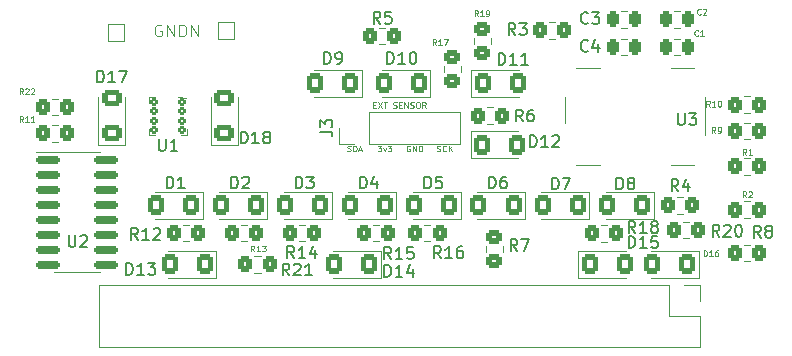
<source format=gbr>
%TF.GenerationSoftware,KiCad,Pcbnew,8.0.6*%
%TF.CreationDate,2024-11-19T00:52:39-05:00*%
%TF.ProjectId,tr109-sensorboard,74723130-392d-4736-956e-736f72626f61,4*%
%TF.SameCoordinates,Original*%
%TF.FileFunction,Legend,Top*%
%TF.FilePolarity,Positive*%
%FSLAX46Y46*%
G04 Gerber Fmt 4.6, Leading zero omitted, Abs format (unit mm)*
G04 Created by KiCad (PCBNEW 8.0.6) date 2024-11-19 00:52:39*
%MOMM*%
%LPD*%
G01*
G04 APERTURE LIST*
G04 Aperture macros list*
%AMRoundRect*
0 Rectangle with rounded corners*
0 $1 Rounding radius*
0 $2 $3 $4 $5 $6 $7 $8 $9 X,Y pos of 4 corners*
0 Add a 4 corners polygon primitive as box body*
4,1,4,$2,$3,$4,$5,$6,$7,$8,$9,$2,$3,0*
0 Add four circle primitives for the rounded corners*
1,1,$1+$1,$2,$3*
1,1,$1+$1,$4,$5*
1,1,$1+$1,$6,$7*
1,1,$1+$1,$8,$9*
0 Add four rect primitives between the rounded corners*
20,1,$1+$1,$2,$3,$4,$5,0*
20,1,$1+$1,$4,$5,$6,$7,0*
20,1,$1+$1,$6,$7,$8,$9,0*
20,1,$1+$1,$8,$9,$2,$3,0*%
G04 Aperture macros list end*
%ADD10C,0.100000*%
%ADD11C,0.150000*%
%ADD12C,0.125000*%
%ADD13C,0.120000*%
%ADD14C,6.200000*%
%ADD15RoundRect,0.100000X-0.200000X0.200000X-0.200000X-0.200000X0.200000X-0.200000X0.200000X0.200000X0*%
%ADD16R,1.700000X1.700000*%
%ADD17O,1.700000X1.700000*%
%ADD18RoundRect,0.249999X-0.325001X-0.450001X0.325001X-0.450001X0.325001X0.450001X-0.325001X0.450001X0*%
%ADD19RoundRect,0.250000X0.462500X0.625000X-0.462500X0.625000X-0.462500X-0.625000X0.462500X-0.625000X0*%
%ADD20RoundRect,0.250000X-0.462500X-0.625000X0.462500X-0.625000X0.462500X0.625000X-0.462500X0.625000X0*%
%ADD21RoundRect,0.150000X-0.825000X-0.150000X0.825000X-0.150000X0.825000X0.150000X-0.825000X0.150000X0*%
%ADD22R,0.800000X3.600000*%
%ADD23R,0.700000X2.600000*%
%ADD24R,0.800000X2.600000*%
%ADD25RoundRect,0.250000X0.625000X-0.462500X0.625000X0.462500X-0.625000X0.462500X-0.625000X-0.462500X0*%
%ADD26RoundRect,0.249999X0.325001X0.450001X-0.325001X0.450001X-0.325001X-0.450001X0.325001X-0.450001X0*%
%ADD27RoundRect,0.243750X0.243750X0.456250X-0.243750X0.456250X-0.243750X-0.456250X0.243750X-0.456250X0*%
%ADD28R,1.000000X1.000000*%
%ADD29RoundRect,0.249999X0.450001X-0.325001X0.450001X0.325001X-0.450001X0.325001X-0.450001X-0.325001X0*%
G04 APERTURE END LIST*
D10*
X130851619Y-103977204D02*
X131018286Y-103977204D01*
X131089714Y-104239109D02*
X130851619Y-104239109D01*
X130851619Y-104239109D02*
X130851619Y-103739109D01*
X130851619Y-103739109D02*
X131089714Y-103739109D01*
X131256381Y-103739109D02*
X131589714Y-104239109D01*
X131589714Y-103739109D02*
X131256381Y-104239109D01*
X131708762Y-103739109D02*
X131994476Y-103739109D01*
X131851619Y-104239109D02*
X131851619Y-103739109D01*
X132518285Y-104215300D02*
X132589713Y-104239109D01*
X132589713Y-104239109D02*
X132708761Y-104239109D01*
X132708761Y-104239109D02*
X132756380Y-104215300D01*
X132756380Y-104215300D02*
X132780189Y-104191490D01*
X132780189Y-104191490D02*
X132803999Y-104143871D01*
X132803999Y-104143871D02*
X132803999Y-104096252D01*
X132803999Y-104096252D02*
X132780189Y-104048633D01*
X132780189Y-104048633D02*
X132756380Y-104024823D01*
X132756380Y-104024823D02*
X132708761Y-104001014D01*
X132708761Y-104001014D02*
X132613523Y-103977204D01*
X132613523Y-103977204D02*
X132565904Y-103953395D01*
X132565904Y-103953395D02*
X132542094Y-103929585D01*
X132542094Y-103929585D02*
X132518285Y-103881966D01*
X132518285Y-103881966D02*
X132518285Y-103834347D01*
X132518285Y-103834347D02*
X132542094Y-103786728D01*
X132542094Y-103786728D02*
X132565904Y-103762919D01*
X132565904Y-103762919D02*
X132613523Y-103739109D01*
X132613523Y-103739109D02*
X132732570Y-103739109D01*
X132732570Y-103739109D02*
X132803999Y-103762919D01*
X133018284Y-103977204D02*
X133184951Y-103977204D01*
X133256379Y-104239109D02*
X133018284Y-104239109D01*
X133018284Y-104239109D02*
X133018284Y-103739109D01*
X133018284Y-103739109D02*
X133256379Y-103739109D01*
X133470665Y-104239109D02*
X133470665Y-103739109D01*
X133470665Y-103739109D02*
X133756379Y-104239109D01*
X133756379Y-104239109D02*
X133756379Y-103739109D01*
X133970666Y-104215300D02*
X134042094Y-104239109D01*
X134042094Y-104239109D02*
X134161142Y-104239109D01*
X134161142Y-104239109D02*
X134208761Y-104215300D01*
X134208761Y-104215300D02*
X134232570Y-104191490D01*
X134232570Y-104191490D02*
X134256380Y-104143871D01*
X134256380Y-104143871D02*
X134256380Y-104096252D01*
X134256380Y-104096252D02*
X134232570Y-104048633D01*
X134232570Y-104048633D02*
X134208761Y-104024823D01*
X134208761Y-104024823D02*
X134161142Y-104001014D01*
X134161142Y-104001014D02*
X134065904Y-103977204D01*
X134065904Y-103977204D02*
X134018285Y-103953395D01*
X134018285Y-103953395D02*
X133994475Y-103929585D01*
X133994475Y-103929585D02*
X133970666Y-103881966D01*
X133970666Y-103881966D02*
X133970666Y-103834347D01*
X133970666Y-103834347D02*
X133994475Y-103786728D01*
X133994475Y-103786728D02*
X134018285Y-103762919D01*
X134018285Y-103762919D02*
X134065904Y-103739109D01*
X134065904Y-103739109D02*
X134184951Y-103739109D01*
X134184951Y-103739109D02*
X134256380Y-103762919D01*
X134565903Y-103739109D02*
X134661141Y-103739109D01*
X134661141Y-103739109D02*
X134708760Y-103762919D01*
X134708760Y-103762919D02*
X134756379Y-103810538D01*
X134756379Y-103810538D02*
X134780189Y-103905776D01*
X134780189Y-103905776D02*
X134780189Y-104072442D01*
X134780189Y-104072442D02*
X134756379Y-104167680D01*
X134756379Y-104167680D02*
X134708760Y-104215300D01*
X134708760Y-104215300D02*
X134661141Y-104239109D01*
X134661141Y-104239109D02*
X134565903Y-104239109D01*
X134565903Y-104239109D02*
X134518284Y-104215300D01*
X134518284Y-104215300D02*
X134470665Y-104167680D01*
X134470665Y-104167680D02*
X134446856Y-104072442D01*
X134446856Y-104072442D02*
X134446856Y-103905776D01*
X134446856Y-103905776D02*
X134470665Y-103810538D01*
X134470665Y-103810538D02*
X134518284Y-103762919D01*
X134518284Y-103762919D02*
X134565903Y-103739109D01*
X135280189Y-104239109D02*
X135113523Y-104001014D01*
X134994475Y-104239109D02*
X134994475Y-103739109D01*
X134994475Y-103739109D02*
X135184951Y-103739109D01*
X135184951Y-103739109D02*
X135232570Y-103762919D01*
X135232570Y-103762919D02*
X135256380Y-103786728D01*
X135256380Y-103786728D02*
X135280189Y-103834347D01*
X135280189Y-103834347D02*
X135280189Y-103905776D01*
X135280189Y-103905776D02*
X135256380Y-103953395D01*
X135256380Y-103953395D02*
X135232570Y-103977204D01*
X135232570Y-103977204D02*
X135184951Y-104001014D01*
X135184951Y-104001014D02*
X134994475Y-104001014D01*
X128646858Y-107898300D02*
X128718286Y-107922109D01*
X128718286Y-107922109D02*
X128837334Y-107922109D01*
X128837334Y-107922109D02*
X128884953Y-107898300D01*
X128884953Y-107898300D02*
X128908762Y-107874490D01*
X128908762Y-107874490D02*
X128932572Y-107826871D01*
X128932572Y-107826871D02*
X128932572Y-107779252D01*
X128932572Y-107779252D02*
X128908762Y-107731633D01*
X128908762Y-107731633D02*
X128884953Y-107707823D01*
X128884953Y-107707823D02*
X128837334Y-107684014D01*
X128837334Y-107684014D02*
X128742096Y-107660204D01*
X128742096Y-107660204D02*
X128694477Y-107636395D01*
X128694477Y-107636395D02*
X128670667Y-107612585D01*
X128670667Y-107612585D02*
X128646858Y-107564966D01*
X128646858Y-107564966D02*
X128646858Y-107517347D01*
X128646858Y-107517347D02*
X128670667Y-107469728D01*
X128670667Y-107469728D02*
X128694477Y-107445919D01*
X128694477Y-107445919D02*
X128742096Y-107422109D01*
X128742096Y-107422109D02*
X128861143Y-107422109D01*
X128861143Y-107422109D02*
X128932572Y-107445919D01*
X129146857Y-107922109D02*
X129146857Y-107422109D01*
X129146857Y-107422109D02*
X129265905Y-107422109D01*
X129265905Y-107422109D02*
X129337333Y-107445919D01*
X129337333Y-107445919D02*
X129384952Y-107493538D01*
X129384952Y-107493538D02*
X129408762Y-107541157D01*
X129408762Y-107541157D02*
X129432571Y-107636395D01*
X129432571Y-107636395D02*
X129432571Y-107707823D01*
X129432571Y-107707823D02*
X129408762Y-107803061D01*
X129408762Y-107803061D02*
X129384952Y-107850680D01*
X129384952Y-107850680D02*
X129337333Y-107898300D01*
X129337333Y-107898300D02*
X129265905Y-107922109D01*
X129265905Y-107922109D02*
X129146857Y-107922109D01*
X129623048Y-107779252D02*
X129861143Y-107779252D01*
X129575429Y-107922109D02*
X129742095Y-107422109D01*
X129742095Y-107422109D02*
X129908762Y-107922109D01*
X131198762Y-107422109D02*
X131508286Y-107422109D01*
X131508286Y-107422109D02*
X131341619Y-107612585D01*
X131341619Y-107612585D02*
X131413048Y-107612585D01*
X131413048Y-107612585D02*
X131460667Y-107636395D01*
X131460667Y-107636395D02*
X131484476Y-107660204D01*
X131484476Y-107660204D02*
X131508286Y-107707823D01*
X131508286Y-107707823D02*
X131508286Y-107826871D01*
X131508286Y-107826871D02*
X131484476Y-107874490D01*
X131484476Y-107874490D02*
X131460667Y-107898300D01*
X131460667Y-107898300D02*
X131413048Y-107922109D01*
X131413048Y-107922109D02*
X131270191Y-107922109D01*
X131270191Y-107922109D02*
X131222572Y-107898300D01*
X131222572Y-107898300D02*
X131198762Y-107874490D01*
X131674952Y-107588776D02*
X131794000Y-107922109D01*
X131794000Y-107922109D02*
X131913047Y-107588776D01*
X132055904Y-107422109D02*
X132365428Y-107422109D01*
X132365428Y-107422109D02*
X132198761Y-107612585D01*
X132198761Y-107612585D02*
X132270190Y-107612585D01*
X132270190Y-107612585D02*
X132317809Y-107636395D01*
X132317809Y-107636395D02*
X132341618Y-107660204D01*
X132341618Y-107660204D02*
X132365428Y-107707823D01*
X132365428Y-107707823D02*
X132365428Y-107826871D01*
X132365428Y-107826871D02*
X132341618Y-107874490D01*
X132341618Y-107874490D02*
X132317809Y-107898300D01*
X132317809Y-107898300D02*
X132270190Y-107922109D01*
X132270190Y-107922109D02*
X132127333Y-107922109D01*
X132127333Y-107922109D02*
X132079714Y-107898300D01*
X132079714Y-107898300D02*
X132055904Y-107874490D01*
X133953047Y-107445919D02*
X133905428Y-107422109D01*
X133905428Y-107422109D02*
X133833999Y-107422109D01*
X133833999Y-107422109D02*
X133762571Y-107445919D01*
X133762571Y-107445919D02*
X133714952Y-107493538D01*
X133714952Y-107493538D02*
X133691142Y-107541157D01*
X133691142Y-107541157D02*
X133667333Y-107636395D01*
X133667333Y-107636395D02*
X133667333Y-107707823D01*
X133667333Y-107707823D02*
X133691142Y-107803061D01*
X133691142Y-107803061D02*
X133714952Y-107850680D01*
X133714952Y-107850680D02*
X133762571Y-107898300D01*
X133762571Y-107898300D02*
X133833999Y-107922109D01*
X133833999Y-107922109D02*
X133881618Y-107922109D01*
X133881618Y-107922109D02*
X133953047Y-107898300D01*
X133953047Y-107898300D02*
X133976856Y-107874490D01*
X133976856Y-107874490D02*
X133976856Y-107707823D01*
X133976856Y-107707823D02*
X133881618Y-107707823D01*
X134191142Y-107922109D02*
X134191142Y-107422109D01*
X134191142Y-107422109D02*
X134476856Y-107922109D01*
X134476856Y-107922109D02*
X134476856Y-107422109D01*
X134714952Y-107922109D02*
X134714952Y-107422109D01*
X134714952Y-107422109D02*
X134834000Y-107422109D01*
X134834000Y-107422109D02*
X134905428Y-107445919D01*
X134905428Y-107445919D02*
X134953047Y-107493538D01*
X134953047Y-107493538D02*
X134976857Y-107541157D01*
X134976857Y-107541157D02*
X135000666Y-107636395D01*
X135000666Y-107636395D02*
X135000666Y-107707823D01*
X135000666Y-107707823D02*
X134976857Y-107803061D01*
X134976857Y-107803061D02*
X134953047Y-107850680D01*
X134953047Y-107850680D02*
X134905428Y-107898300D01*
X134905428Y-107898300D02*
X134834000Y-107922109D01*
X134834000Y-107922109D02*
X134714952Y-107922109D01*
X136231143Y-107898300D02*
X136302571Y-107922109D01*
X136302571Y-107922109D02*
X136421619Y-107922109D01*
X136421619Y-107922109D02*
X136469238Y-107898300D01*
X136469238Y-107898300D02*
X136493047Y-107874490D01*
X136493047Y-107874490D02*
X136516857Y-107826871D01*
X136516857Y-107826871D02*
X136516857Y-107779252D01*
X136516857Y-107779252D02*
X136493047Y-107731633D01*
X136493047Y-107731633D02*
X136469238Y-107707823D01*
X136469238Y-107707823D02*
X136421619Y-107684014D01*
X136421619Y-107684014D02*
X136326381Y-107660204D01*
X136326381Y-107660204D02*
X136278762Y-107636395D01*
X136278762Y-107636395D02*
X136254952Y-107612585D01*
X136254952Y-107612585D02*
X136231143Y-107564966D01*
X136231143Y-107564966D02*
X136231143Y-107517347D01*
X136231143Y-107517347D02*
X136254952Y-107469728D01*
X136254952Y-107469728D02*
X136278762Y-107445919D01*
X136278762Y-107445919D02*
X136326381Y-107422109D01*
X136326381Y-107422109D02*
X136445428Y-107422109D01*
X136445428Y-107422109D02*
X136516857Y-107445919D01*
X137016856Y-107874490D02*
X136993047Y-107898300D01*
X136993047Y-107898300D02*
X136921618Y-107922109D01*
X136921618Y-107922109D02*
X136873999Y-107922109D01*
X136873999Y-107922109D02*
X136802571Y-107898300D01*
X136802571Y-107898300D02*
X136754952Y-107850680D01*
X136754952Y-107850680D02*
X136731142Y-107803061D01*
X136731142Y-107803061D02*
X136707333Y-107707823D01*
X136707333Y-107707823D02*
X136707333Y-107636395D01*
X136707333Y-107636395D02*
X136731142Y-107541157D01*
X136731142Y-107541157D02*
X136754952Y-107493538D01*
X136754952Y-107493538D02*
X136802571Y-107445919D01*
X136802571Y-107445919D02*
X136873999Y-107422109D01*
X136873999Y-107422109D02*
X136921618Y-107422109D01*
X136921618Y-107422109D02*
X136993047Y-107445919D01*
X136993047Y-107445919D02*
X137016856Y-107469728D01*
X137231142Y-107922109D02*
X137231142Y-107422109D01*
X137516856Y-107922109D02*
X137302571Y-107636395D01*
X137516856Y-107422109D02*
X137231142Y-107707823D01*
X112904285Y-97235038D02*
X112809047Y-97187419D01*
X112809047Y-97187419D02*
X112666190Y-97187419D01*
X112666190Y-97187419D02*
X112523333Y-97235038D01*
X112523333Y-97235038D02*
X112428095Y-97330276D01*
X112428095Y-97330276D02*
X112380476Y-97425514D01*
X112380476Y-97425514D02*
X112332857Y-97615990D01*
X112332857Y-97615990D02*
X112332857Y-97758847D01*
X112332857Y-97758847D02*
X112380476Y-97949323D01*
X112380476Y-97949323D02*
X112428095Y-98044561D01*
X112428095Y-98044561D02*
X112523333Y-98139800D01*
X112523333Y-98139800D02*
X112666190Y-98187419D01*
X112666190Y-98187419D02*
X112761428Y-98187419D01*
X112761428Y-98187419D02*
X112904285Y-98139800D01*
X112904285Y-98139800D02*
X112951904Y-98092180D01*
X112951904Y-98092180D02*
X112951904Y-97758847D01*
X112951904Y-97758847D02*
X112761428Y-97758847D01*
X113380476Y-98187419D02*
X113380476Y-97187419D01*
X113380476Y-97187419D02*
X113951904Y-98187419D01*
X113951904Y-98187419D02*
X113951904Y-97187419D01*
X114428095Y-98187419D02*
X114428095Y-97187419D01*
X114428095Y-97187419D02*
X114666190Y-97187419D01*
X114666190Y-97187419D02*
X114809047Y-97235038D01*
X114809047Y-97235038D02*
X114904285Y-97330276D01*
X114904285Y-97330276D02*
X114951904Y-97425514D01*
X114951904Y-97425514D02*
X114999523Y-97615990D01*
X114999523Y-97615990D02*
X114999523Y-97758847D01*
X114999523Y-97758847D02*
X114951904Y-97949323D01*
X114951904Y-97949323D02*
X114904285Y-98044561D01*
X114904285Y-98044561D02*
X114809047Y-98139800D01*
X114809047Y-98139800D02*
X114666190Y-98187419D01*
X114666190Y-98187419D02*
X114428095Y-98187419D01*
X115428095Y-98187419D02*
X115428095Y-97187419D01*
X115428095Y-97187419D02*
X115999523Y-98187419D01*
X115999523Y-98187419D02*
X115999523Y-97187419D01*
D11*
X112674495Y-106854819D02*
X112674495Y-107664342D01*
X112674495Y-107664342D02*
X112722114Y-107759580D01*
X112722114Y-107759580D02*
X112769733Y-107807200D01*
X112769733Y-107807200D02*
X112864971Y-107854819D01*
X112864971Y-107854819D02*
X113055447Y-107854819D01*
X113055447Y-107854819D02*
X113150685Y-107807200D01*
X113150685Y-107807200D02*
X113198304Y-107759580D01*
X113198304Y-107759580D02*
X113245923Y-107664342D01*
X113245923Y-107664342D02*
X113245923Y-106854819D01*
X114245923Y-107854819D02*
X113674495Y-107854819D01*
X113960209Y-107854819D02*
X113960209Y-106854819D01*
X113960209Y-106854819D02*
X113864971Y-106997676D01*
X113864971Y-106997676D02*
X113769733Y-107092914D01*
X113769733Y-107092914D02*
X113674495Y-107140533D01*
X156665633Y-111288719D02*
X156332300Y-110812528D01*
X156094205Y-111288719D02*
X156094205Y-110288719D01*
X156094205Y-110288719D02*
X156475157Y-110288719D01*
X156475157Y-110288719D02*
X156570395Y-110336338D01*
X156570395Y-110336338D02*
X156618014Y-110383957D01*
X156618014Y-110383957D02*
X156665633Y-110479195D01*
X156665633Y-110479195D02*
X156665633Y-110622052D01*
X156665633Y-110622052D02*
X156618014Y-110717290D01*
X156618014Y-110717290D02*
X156570395Y-110764909D01*
X156570395Y-110764909D02*
X156475157Y-110812528D01*
X156475157Y-110812528D02*
X156094205Y-110812528D01*
X157522776Y-110622052D02*
X157522776Y-111288719D01*
X157284681Y-110241100D02*
X157046586Y-110955385D01*
X157046586Y-110955385D02*
X157665633Y-110955385D01*
X143495733Y-105369519D02*
X143162400Y-104893328D01*
X142924305Y-105369519D02*
X142924305Y-104369519D01*
X142924305Y-104369519D02*
X143305257Y-104369519D01*
X143305257Y-104369519D02*
X143400495Y-104417138D01*
X143400495Y-104417138D02*
X143448114Y-104464757D01*
X143448114Y-104464757D02*
X143495733Y-104559995D01*
X143495733Y-104559995D02*
X143495733Y-104702852D01*
X143495733Y-104702852D02*
X143448114Y-104798090D01*
X143448114Y-104798090D02*
X143400495Y-104845709D01*
X143400495Y-104845709D02*
X143305257Y-104893328D01*
X143305257Y-104893328D02*
X142924305Y-104893328D01*
X144352876Y-104369519D02*
X144162400Y-104369519D01*
X144162400Y-104369519D02*
X144067162Y-104417138D01*
X144067162Y-104417138D02*
X144019543Y-104464757D01*
X144019543Y-104464757D02*
X143924305Y-104607614D01*
X143924305Y-104607614D02*
X143876686Y-104798090D01*
X143876686Y-104798090D02*
X143876686Y-105179042D01*
X143876686Y-105179042D02*
X143924305Y-105274280D01*
X143924305Y-105274280D02*
X143971924Y-105321900D01*
X143971924Y-105321900D02*
X144067162Y-105369519D01*
X144067162Y-105369519D02*
X144257638Y-105369519D01*
X144257638Y-105369519D02*
X144352876Y-105321900D01*
X144352876Y-105321900D02*
X144400495Y-105274280D01*
X144400495Y-105274280D02*
X144448114Y-105179042D01*
X144448114Y-105179042D02*
X144448114Y-104940947D01*
X144448114Y-104940947D02*
X144400495Y-104845709D01*
X144400495Y-104845709D02*
X144352876Y-104798090D01*
X144352876Y-104798090D02*
X144257638Y-104750471D01*
X144257638Y-104750471D02*
X144067162Y-104750471D01*
X144067162Y-104750471D02*
X143971924Y-104798090D01*
X143971924Y-104798090D02*
X143924305Y-104845709D01*
X143924305Y-104845709D02*
X143876686Y-104940947D01*
X132005814Y-100505419D02*
X132005814Y-99505419D01*
X132005814Y-99505419D02*
X132243909Y-99505419D01*
X132243909Y-99505419D02*
X132386766Y-99553038D01*
X132386766Y-99553038D02*
X132482004Y-99648276D01*
X132482004Y-99648276D02*
X132529623Y-99743514D01*
X132529623Y-99743514D02*
X132577242Y-99933990D01*
X132577242Y-99933990D02*
X132577242Y-100076847D01*
X132577242Y-100076847D02*
X132529623Y-100267323D01*
X132529623Y-100267323D02*
X132482004Y-100362561D01*
X132482004Y-100362561D02*
X132386766Y-100457800D01*
X132386766Y-100457800D02*
X132243909Y-100505419D01*
X132243909Y-100505419D02*
X132005814Y-100505419D01*
X133529623Y-100505419D02*
X132958195Y-100505419D01*
X133243909Y-100505419D02*
X133243909Y-99505419D01*
X133243909Y-99505419D02*
X133148671Y-99648276D01*
X133148671Y-99648276D02*
X133053433Y-99743514D01*
X133053433Y-99743514D02*
X132958195Y-99791133D01*
X134148671Y-99505419D02*
X134243909Y-99505419D01*
X134243909Y-99505419D02*
X134339147Y-99553038D01*
X134339147Y-99553038D02*
X134386766Y-99600657D01*
X134386766Y-99600657D02*
X134434385Y-99695895D01*
X134434385Y-99695895D02*
X134482004Y-99886371D01*
X134482004Y-99886371D02*
X134482004Y-100124466D01*
X134482004Y-100124466D02*
X134434385Y-100314942D01*
X134434385Y-100314942D02*
X134386766Y-100410180D01*
X134386766Y-100410180D02*
X134339147Y-100457800D01*
X134339147Y-100457800D02*
X134243909Y-100505419D01*
X134243909Y-100505419D02*
X134148671Y-100505419D01*
X134148671Y-100505419D02*
X134053433Y-100457800D01*
X134053433Y-100457800D02*
X134005814Y-100410180D01*
X134005814Y-100410180D02*
X133958195Y-100314942D01*
X133958195Y-100314942D02*
X133910576Y-100124466D01*
X133910576Y-100124466D02*
X133910576Y-99886371D01*
X133910576Y-99886371D02*
X133958195Y-99695895D01*
X133958195Y-99695895D02*
X134005814Y-99600657D01*
X134005814Y-99600657D02*
X134053433Y-99553038D01*
X134053433Y-99553038D02*
X134148671Y-99505419D01*
X144099114Y-107553919D02*
X144099114Y-106553919D01*
X144099114Y-106553919D02*
X144337209Y-106553919D01*
X144337209Y-106553919D02*
X144480066Y-106601538D01*
X144480066Y-106601538D02*
X144575304Y-106696776D01*
X144575304Y-106696776D02*
X144622923Y-106792014D01*
X144622923Y-106792014D02*
X144670542Y-106982490D01*
X144670542Y-106982490D02*
X144670542Y-107125347D01*
X144670542Y-107125347D02*
X144622923Y-107315823D01*
X144622923Y-107315823D02*
X144575304Y-107411061D01*
X144575304Y-107411061D02*
X144480066Y-107506300D01*
X144480066Y-107506300D02*
X144337209Y-107553919D01*
X144337209Y-107553919D02*
X144099114Y-107553919D01*
X145622923Y-107553919D02*
X145051495Y-107553919D01*
X145337209Y-107553919D02*
X145337209Y-106553919D01*
X145337209Y-106553919D02*
X145241971Y-106696776D01*
X145241971Y-106696776D02*
X145146733Y-106792014D01*
X145146733Y-106792014D02*
X145051495Y-106839633D01*
X146003876Y-106649157D02*
X146051495Y-106601538D01*
X146051495Y-106601538D02*
X146146733Y-106553919D01*
X146146733Y-106553919D02*
X146384828Y-106553919D01*
X146384828Y-106553919D02*
X146480066Y-106601538D01*
X146480066Y-106601538D02*
X146527685Y-106649157D01*
X146527685Y-106649157D02*
X146575304Y-106744395D01*
X146575304Y-106744395D02*
X146575304Y-106839633D01*
X146575304Y-106839633D02*
X146527685Y-106982490D01*
X146527685Y-106982490D02*
X145956257Y-107553919D01*
X145956257Y-107553919D02*
X146575304Y-107553919D01*
X141457514Y-100581619D02*
X141457514Y-99581619D01*
X141457514Y-99581619D02*
X141695609Y-99581619D01*
X141695609Y-99581619D02*
X141838466Y-99629238D01*
X141838466Y-99629238D02*
X141933704Y-99724476D01*
X141933704Y-99724476D02*
X141981323Y-99819714D01*
X141981323Y-99819714D02*
X142028942Y-100010190D01*
X142028942Y-100010190D02*
X142028942Y-100153047D01*
X142028942Y-100153047D02*
X141981323Y-100343523D01*
X141981323Y-100343523D02*
X141933704Y-100438761D01*
X141933704Y-100438761D02*
X141838466Y-100534000D01*
X141838466Y-100534000D02*
X141695609Y-100581619D01*
X141695609Y-100581619D02*
X141457514Y-100581619D01*
X142981323Y-100581619D02*
X142409895Y-100581619D01*
X142695609Y-100581619D02*
X142695609Y-99581619D01*
X142695609Y-99581619D02*
X142600371Y-99724476D01*
X142600371Y-99724476D02*
X142505133Y-99819714D01*
X142505133Y-99819714D02*
X142409895Y-99867333D01*
X143933704Y-100581619D02*
X143362276Y-100581619D01*
X143647990Y-100581619D02*
X143647990Y-99581619D01*
X143647990Y-99581619D02*
X143552752Y-99724476D01*
X143552752Y-99724476D02*
X143457514Y-99819714D01*
X143457514Y-99819714D02*
X143362276Y-99867333D01*
X126678105Y-100505419D02*
X126678105Y-99505419D01*
X126678105Y-99505419D02*
X126916200Y-99505419D01*
X126916200Y-99505419D02*
X127059057Y-99553038D01*
X127059057Y-99553038D02*
X127154295Y-99648276D01*
X127154295Y-99648276D02*
X127201914Y-99743514D01*
X127201914Y-99743514D02*
X127249533Y-99933990D01*
X127249533Y-99933990D02*
X127249533Y-100076847D01*
X127249533Y-100076847D02*
X127201914Y-100267323D01*
X127201914Y-100267323D02*
X127154295Y-100362561D01*
X127154295Y-100362561D02*
X127059057Y-100457800D01*
X127059057Y-100457800D02*
X126916200Y-100505419D01*
X126916200Y-100505419D02*
X126678105Y-100505419D01*
X127725724Y-100505419D02*
X127916200Y-100505419D01*
X127916200Y-100505419D02*
X128011438Y-100457800D01*
X128011438Y-100457800D02*
X128059057Y-100410180D01*
X128059057Y-100410180D02*
X128154295Y-100267323D01*
X128154295Y-100267323D02*
X128201914Y-100076847D01*
X128201914Y-100076847D02*
X128201914Y-99695895D01*
X128201914Y-99695895D02*
X128154295Y-99600657D01*
X128154295Y-99600657D02*
X128106676Y-99553038D01*
X128106676Y-99553038D02*
X128011438Y-99505419D01*
X128011438Y-99505419D02*
X127820962Y-99505419D01*
X127820962Y-99505419D02*
X127725724Y-99553038D01*
X127725724Y-99553038D02*
X127678105Y-99600657D01*
X127678105Y-99600657D02*
X127630486Y-99695895D01*
X127630486Y-99695895D02*
X127630486Y-99933990D01*
X127630486Y-99933990D02*
X127678105Y-100029228D01*
X127678105Y-100029228D02*
X127725724Y-100076847D01*
X127725724Y-100076847D02*
X127820962Y-100124466D01*
X127820962Y-100124466D02*
X128011438Y-100124466D01*
X128011438Y-100124466D02*
X128106676Y-100076847D01*
X128106676Y-100076847D02*
X128154295Y-100029228D01*
X128154295Y-100029228D02*
X128201914Y-99933990D01*
X152455714Y-116084819D02*
X152455714Y-115084819D01*
X152455714Y-115084819D02*
X152693809Y-115084819D01*
X152693809Y-115084819D02*
X152836666Y-115132438D01*
X152836666Y-115132438D02*
X152931904Y-115227676D01*
X152931904Y-115227676D02*
X152979523Y-115322914D01*
X152979523Y-115322914D02*
X153027142Y-115513390D01*
X153027142Y-115513390D02*
X153027142Y-115656247D01*
X153027142Y-115656247D02*
X152979523Y-115846723D01*
X152979523Y-115846723D02*
X152931904Y-115941961D01*
X152931904Y-115941961D02*
X152836666Y-116037200D01*
X152836666Y-116037200D02*
X152693809Y-116084819D01*
X152693809Y-116084819D02*
X152455714Y-116084819D01*
X153979523Y-116084819D02*
X153408095Y-116084819D01*
X153693809Y-116084819D02*
X153693809Y-115084819D01*
X153693809Y-115084819D02*
X153598571Y-115227676D01*
X153598571Y-115227676D02*
X153503333Y-115322914D01*
X153503333Y-115322914D02*
X153408095Y-115370533D01*
X154884285Y-115084819D02*
X154408095Y-115084819D01*
X154408095Y-115084819D02*
X154360476Y-115561009D01*
X154360476Y-115561009D02*
X154408095Y-115513390D01*
X154408095Y-115513390D02*
X154503333Y-115465771D01*
X154503333Y-115465771D02*
X154741428Y-115465771D01*
X154741428Y-115465771D02*
X154836666Y-115513390D01*
X154836666Y-115513390D02*
X154884285Y-115561009D01*
X154884285Y-115561009D02*
X154931904Y-115656247D01*
X154931904Y-115656247D02*
X154931904Y-115894342D01*
X154931904Y-115894342D02*
X154884285Y-115989580D01*
X154884285Y-115989580D02*
X154836666Y-116037200D01*
X154836666Y-116037200D02*
X154741428Y-116084819D01*
X154741428Y-116084819D02*
X154503333Y-116084819D01*
X154503333Y-116084819D02*
X154408095Y-116037200D01*
X154408095Y-116037200D02*
X154360476Y-115989580D01*
D12*
X158802857Y-116784809D02*
X158802857Y-116284809D01*
X158802857Y-116284809D02*
X158921905Y-116284809D01*
X158921905Y-116284809D02*
X158993333Y-116308619D01*
X158993333Y-116308619D02*
X159040952Y-116356238D01*
X159040952Y-116356238D02*
X159064762Y-116403857D01*
X159064762Y-116403857D02*
X159088571Y-116499095D01*
X159088571Y-116499095D02*
X159088571Y-116570523D01*
X159088571Y-116570523D02*
X159064762Y-116665761D01*
X159064762Y-116665761D02*
X159040952Y-116713380D01*
X159040952Y-116713380D02*
X158993333Y-116761000D01*
X158993333Y-116761000D02*
X158921905Y-116784809D01*
X158921905Y-116784809D02*
X158802857Y-116784809D01*
X159564762Y-116784809D02*
X159279048Y-116784809D01*
X159421905Y-116784809D02*
X159421905Y-116284809D01*
X159421905Y-116284809D02*
X159374286Y-116356238D01*
X159374286Y-116356238D02*
X159326667Y-116403857D01*
X159326667Y-116403857D02*
X159279048Y-116427666D01*
X159993333Y-116284809D02*
X159898095Y-116284809D01*
X159898095Y-116284809D02*
X159850476Y-116308619D01*
X159850476Y-116308619D02*
X159826666Y-116332428D01*
X159826666Y-116332428D02*
X159779047Y-116403857D01*
X159779047Y-116403857D02*
X159755238Y-116499095D01*
X159755238Y-116499095D02*
X159755238Y-116689571D01*
X159755238Y-116689571D02*
X159779047Y-116737190D01*
X159779047Y-116737190D02*
X159802857Y-116761000D01*
X159802857Y-116761000D02*
X159850476Y-116784809D01*
X159850476Y-116784809D02*
X159945714Y-116784809D01*
X159945714Y-116784809D02*
X159993333Y-116761000D01*
X159993333Y-116761000D02*
X160017142Y-116737190D01*
X160017142Y-116737190D02*
X160040952Y-116689571D01*
X160040952Y-116689571D02*
X160040952Y-116570523D01*
X160040952Y-116570523D02*
X160017142Y-116522904D01*
X160017142Y-116522904D02*
X159993333Y-116499095D01*
X159993333Y-116499095D02*
X159945714Y-116475285D01*
X159945714Y-116475285D02*
X159850476Y-116475285D01*
X159850476Y-116475285D02*
X159802857Y-116499095D01*
X159802857Y-116499095D02*
X159779047Y-116522904D01*
X159779047Y-116522904D02*
X159755238Y-116570523D01*
D11*
X131430733Y-97101819D02*
X131097400Y-96625628D01*
X130859305Y-97101819D02*
X130859305Y-96101819D01*
X130859305Y-96101819D02*
X131240257Y-96101819D01*
X131240257Y-96101819D02*
X131335495Y-96149438D01*
X131335495Y-96149438D02*
X131383114Y-96197057D01*
X131383114Y-96197057D02*
X131430733Y-96292295D01*
X131430733Y-96292295D02*
X131430733Y-96435152D01*
X131430733Y-96435152D02*
X131383114Y-96530390D01*
X131383114Y-96530390D02*
X131335495Y-96578009D01*
X131335495Y-96578009D02*
X131240257Y-96625628D01*
X131240257Y-96625628D02*
X130859305Y-96625628D01*
X132335495Y-96101819D02*
X131859305Y-96101819D01*
X131859305Y-96101819D02*
X131811686Y-96578009D01*
X131811686Y-96578009D02*
X131859305Y-96530390D01*
X131859305Y-96530390D02*
X131954543Y-96482771D01*
X131954543Y-96482771D02*
X132192638Y-96482771D01*
X132192638Y-96482771D02*
X132287876Y-96530390D01*
X132287876Y-96530390D02*
X132335495Y-96578009D01*
X132335495Y-96578009D02*
X132383114Y-96673247D01*
X132383114Y-96673247D02*
X132383114Y-96911342D01*
X132383114Y-96911342D02*
X132335495Y-97006580D01*
X132335495Y-97006580D02*
X132287876Y-97054200D01*
X132287876Y-97054200D02*
X132192638Y-97101819D01*
X132192638Y-97101819D02*
X131954543Y-97101819D01*
X131954543Y-97101819D02*
X131859305Y-97054200D01*
X131859305Y-97054200D02*
X131811686Y-97006580D01*
X105048095Y-115014819D02*
X105048095Y-115824342D01*
X105048095Y-115824342D02*
X105095714Y-115919580D01*
X105095714Y-115919580D02*
X105143333Y-115967200D01*
X105143333Y-115967200D02*
X105238571Y-116014819D01*
X105238571Y-116014819D02*
X105429047Y-116014819D01*
X105429047Y-116014819D02*
X105524285Y-115967200D01*
X105524285Y-115967200D02*
X105571904Y-115919580D01*
X105571904Y-115919580D02*
X105619523Y-115824342D01*
X105619523Y-115824342D02*
X105619523Y-115014819D01*
X106048095Y-115110057D02*
X106095714Y-115062438D01*
X106095714Y-115062438D02*
X106190952Y-115014819D01*
X106190952Y-115014819D02*
X106429047Y-115014819D01*
X106429047Y-115014819D02*
X106524285Y-115062438D01*
X106524285Y-115062438D02*
X106571904Y-115110057D01*
X106571904Y-115110057D02*
X106619523Y-115205295D01*
X106619523Y-115205295D02*
X106619523Y-115300533D01*
X106619523Y-115300533D02*
X106571904Y-115443390D01*
X106571904Y-115443390D02*
X106000476Y-116014819D01*
X106000476Y-116014819D02*
X106619523Y-116014819D01*
D12*
X159333475Y-104128059D02*
X159166809Y-103889964D01*
X159047761Y-104128059D02*
X159047761Y-103628059D01*
X159047761Y-103628059D02*
X159238237Y-103628059D01*
X159238237Y-103628059D02*
X159285856Y-103651869D01*
X159285856Y-103651869D02*
X159309666Y-103675678D01*
X159309666Y-103675678D02*
X159333475Y-103723297D01*
X159333475Y-103723297D02*
X159333475Y-103794726D01*
X159333475Y-103794726D02*
X159309666Y-103842345D01*
X159309666Y-103842345D02*
X159285856Y-103866154D01*
X159285856Y-103866154D02*
X159238237Y-103889964D01*
X159238237Y-103889964D02*
X159047761Y-103889964D01*
X159809666Y-104128059D02*
X159523952Y-104128059D01*
X159666809Y-104128059D02*
X159666809Y-103628059D01*
X159666809Y-103628059D02*
X159619190Y-103699488D01*
X159619190Y-103699488D02*
X159571571Y-103747107D01*
X159571571Y-103747107D02*
X159523952Y-103770916D01*
X160119189Y-103628059D02*
X160166808Y-103628059D01*
X160166808Y-103628059D02*
X160214427Y-103651869D01*
X160214427Y-103651869D02*
X160238237Y-103675678D01*
X160238237Y-103675678D02*
X160262046Y-103723297D01*
X160262046Y-103723297D02*
X160285856Y-103818535D01*
X160285856Y-103818535D02*
X160285856Y-103937583D01*
X160285856Y-103937583D02*
X160262046Y-104032821D01*
X160262046Y-104032821D02*
X160238237Y-104080440D01*
X160238237Y-104080440D02*
X160214427Y-104104250D01*
X160214427Y-104104250D02*
X160166808Y-104128059D01*
X160166808Y-104128059D02*
X160119189Y-104128059D01*
X160119189Y-104128059D02*
X160071570Y-104104250D01*
X160071570Y-104104250D02*
X160047761Y-104080440D01*
X160047761Y-104080440D02*
X160023951Y-104032821D01*
X160023951Y-104032821D02*
X160000142Y-103937583D01*
X160000142Y-103937583D02*
X160000142Y-103818535D01*
X160000142Y-103818535D02*
X160023951Y-103723297D01*
X160023951Y-103723297D02*
X160047761Y-103675678D01*
X160047761Y-103675678D02*
X160071570Y-103651869D01*
X160071570Y-103651869D02*
X160119189Y-103628059D01*
D11*
X156618095Y-104674819D02*
X156618095Y-105484342D01*
X156618095Y-105484342D02*
X156665714Y-105579580D01*
X156665714Y-105579580D02*
X156713333Y-105627200D01*
X156713333Y-105627200D02*
X156808571Y-105674819D01*
X156808571Y-105674819D02*
X156999047Y-105674819D01*
X156999047Y-105674819D02*
X157094285Y-105627200D01*
X157094285Y-105627200D02*
X157141904Y-105579580D01*
X157141904Y-105579580D02*
X157189523Y-105484342D01*
X157189523Y-105484342D02*
X157189523Y-104674819D01*
X157570476Y-104674819D02*
X158189523Y-104674819D01*
X158189523Y-104674819D02*
X157856190Y-105055771D01*
X157856190Y-105055771D02*
X157999047Y-105055771D01*
X157999047Y-105055771D02*
X158094285Y-105103390D01*
X158094285Y-105103390D02*
X158141904Y-105151009D01*
X158141904Y-105151009D02*
X158189523Y-105246247D01*
X158189523Y-105246247D02*
X158189523Y-105484342D01*
X158189523Y-105484342D02*
X158141904Y-105579580D01*
X158141904Y-105579580D02*
X158094285Y-105627200D01*
X158094285Y-105627200D02*
X157999047Y-105674819D01*
X157999047Y-105674819D02*
X157713333Y-105674819D01*
X157713333Y-105674819D02*
X157618095Y-105627200D01*
X157618095Y-105627200D02*
X157570476Y-105579580D01*
X107459614Y-102080219D02*
X107459614Y-101080219D01*
X107459614Y-101080219D02*
X107697709Y-101080219D01*
X107697709Y-101080219D02*
X107840566Y-101127838D01*
X107840566Y-101127838D02*
X107935804Y-101223076D01*
X107935804Y-101223076D02*
X107983423Y-101318314D01*
X107983423Y-101318314D02*
X108031042Y-101508790D01*
X108031042Y-101508790D02*
X108031042Y-101651647D01*
X108031042Y-101651647D02*
X107983423Y-101842123D01*
X107983423Y-101842123D02*
X107935804Y-101937361D01*
X107935804Y-101937361D02*
X107840566Y-102032600D01*
X107840566Y-102032600D02*
X107697709Y-102080219D01*
X107697709Y-102080219D02*
X107459614Y-102080219D01*
X108983423Y-102080219D02*
X108411995Y-102080219D01*
X108697709Y-102080219D02*
X108697709Y-101080219D01*
X108697709Y-101080219D02*
X108602471Y-101223076D01*
X108602471Y-101223076D02*
X108507233Y-101318314D01*
X108507233Y-101318314D02*
X108411995Y-101365933D01*
X109316757Y-101080219D02*
X109983423Y-101080219D01*
X109983423Y-101080219D02*
X109554852Y-102080219D01*
X119625714Y-107244819D02*
X119625714Y-106244819D01*
X119625714Y-106244819D02*
X119863809Y-106244819D01*
X119863809Y-106244819D02*
X120006666Y-106292438D01*
X120006666Y-106292438D02*
X120101904Y-106387676D01*
X120101904Y-106387676D02*
X120149523Y-106482914D01*
X120149523Y-106482914D02*
X120197142Y-106673390D01*
X120197142Y-106673390D02*
X120197142Y-106816247D01*
X120197142Y-106816247D02*
X120149523Y-107006723D01*
X120149523Y-107006723D02*
X120101904Y-107101961D01*
X120101904Y-107101961D02*
X120006666Y-107197200D01*
X120006666Y-107197200D02*
X119863809Y-107244819D01*
X119863809Y-107244819D02*
X119625714Y-107244819D01*
X121149523Y-107244819D02*
X120578095Y-107244819D01*
X120863809Y-107244819D02*
X120863809Y-106244819D01*
X120863809Y-106244819D02*
X120768571Y-106387676D01*
X120768571Y-106387676D02*
X120673333Y-106482914D01*
X120673333Y-106482914D02*
X120578095Y-106530533D01*
X121720952Y-106673390D02*
X121625714Y-106625771D01*
X121625714Y-106625771D02*
X121578095Y-106578152D01*
X121578095Y-106578152D02*
X121530476Y-106482914D01*
X121530476Y-106482914D02*
X121530476Y-106435295D01*
X121530476Y-106435295D02*
X121578095Y-106340057D01*
X121578095Y-106340057D02*
X121625714Y-106292438D01*
X121625714Y-106292438D02*
X121720952Y-106244819D01*
X121720952Y-106244819D02*
X121911428Y-106244819D01*
X121911428Y-106244819D02*
X122006666Y-106292438D01*
X122006666Y-106292438D02*
X122054285Y-106340057D01*
X122054285Y-106340057D02*
X122101904Y-106435295D01*
X122101904Y-106435295D02*
X122101904Y-106482914D01*
X122101904Y-106482914D02*
X122054285Y-106578152D01*
X122054285Y-106578152D02*
X122006666Y-106625771D01*
X122006666Y-106625771D02*
X121911428Y-106673390D01*
X121911428Y-106673390D02*
X121720952Y-106673390D01*
X121720952Y-106673390D02*
X121625714Y-106721009D01*
X121625714Y-106721009D02*
X121578095Y-106768628D01*
X121578095Y-106768628D02*
X121530476Y-106863866D01*
X121530476Y-106863866D02*
X121530476Y-107054342D01*
X121530476Y-107054342D02*
X121578095Y-107149580D01*
X121578095Y-107149580D02*
X121625714Y-107197200D01*
X121625714Y-107197200D02*
X121720952Y-107244819D01*
X121720952Y-107244819D02*
X121911428Y-107244819D01*
X121911428Y-107244819D02*
X122006666Y-107197200D01*
X122006666Y-107197200D02*
X122054285Y-107149580D01*
X122054285Y-107149580D02*
X122101904Y-107054342D01*
X122101904Y-107054342D02*
X122101904Y-106863866D01*
X122101904Y-106863866D02*
X122054285Y-106768628D01*
X122054285Y-106768628D02*
X122006666Y-106721009D01*
X122006666Y-106721009D02*
X121911428Y-106673390D01*
D12*
X101178571Y-105424809D02*
X101011905Y-105186714D01*
X100892857Y-105424809D02*
X100892857Y-104924809D01*
X100892857Y-104924809D02*
X101083333Y-104924809D01*
X101083333Y-104924809D02*
X101130952Y-104948619D01*
X101130952Y-104948619D02*
X101154762Y-104972428D01*
X101154762Y-104972428D02*
X101178571Y-105020047D01*
X101178571Y-105020047D02*
X101178571Y-105091476D01*
X101178571Y-105091476D02*
X101154762Y-105139095D01*
X101154762Y-105139095D02*
X101130952Y-105162904D01*
X101130952Y-105162904D02*
X101083333Y-105186714D01*
X101083333Y-105186714D02*
X100892857Y-105186714D01*
X101654762Y-105424809D02*
X101369048Y-105424809D01*
X101511905Y-105424809D02*
X101511905Y-104924809D01*
X101511905Y-104924809D02*
X101464286Y-104996238D01*
X101464286Y-104996238D02*
X101416667Y-105043857D01*
X101416667Y-105043857D02*
X101369048Y-105067666D01*
X102130952Y-105424809D02*
X101845238Y-105424809D01*
X101988095Y-105424809D02*
X101988095Y-104924809D01*
X101988095Y-104924809D02*
X101940476Y-104996238D01*
X101940476Y-104996238D02*
X101892857Y-105043857D01*
X101892857Y-105043857D02*
X101845238Y-105067666D01*
D11*
X149007533Y-99377480D02*
X148959914Y-99425100D01*
X148959914Y-99425100D02*
X148817057Y-99472719D01*
X148817057Y-99472719D02*
X148721819Y-99472719D01*
X148721819Y-99472719D02*
X148578962Y-99425100D01*
X148578962Y-99425100D02*
X148483724Y-99329861D01*
X148483724Y-99329861D02*
X148436105Y-99234623D01*
X148436105Y-99234623D02*
X148388486Y-99044147D01*
X148388486Y-99044147D02*
X148388486Y-98901290D01*
X148388486Y-98901290D02*
X148436105Y-98710814D01*
X148436105Y-98710814D02*
X148483724Y-98615576D01*
X148483724Y-98615576D02*
X148578962Y-98520338D01*
X148578962Y-98520338D02*
X148721819Y-98472719D01*
X148721819Y-98472719D02*
X148817057Y-98472719D01*
X148817057Y-98472719D02*
X148959914Y-98520338D01*
X148959914Y-98520338D02*
X149007533Y-98567957D01*
X149864676Y-98806052D02*
X149864676Y-99472719D01*
X149626581Y-98425100D02*
X149388486Y-99139385D01*
X149388486Y-99139385D02*
X150007533Y-99139385D01*
X149007533Y-97030520D02*
X148959914Y-97078140D01*
X148959914Y-97078140D02*
X148817057Y-97125759D01*
X148817057Y-97125759D02*
X148721819Y-97125759D01*
X148721819Y-97125759D02*
X148578962Y-97078140D01*
X148578962Y-97078140D02*
X148483724Y-96982901D01*
X148483724Y-96982901D02*
X148436105Y-96887663D01*
X148436105Y-96887663D02*
X148388486Y-96697187D01*
X148388486Y-96697187D02*
X148388486Y-96554330D01*
X148388486Y-96554330D02*
X148436105Y-96363854D01*
X148436105Y-96363854D02*
X148483724Y-96268616D01*
X148483724Y-96268616D02*
X148578962Y-96173378D01*
X148578962Y-96173378D02*
X148721819Y-96125759D01*
X148721819Y-96125759D02*
X148817057Y-96125759D01*
X148817057Y-96125759D02*
X148959914Y-96173378D01*
X148959914Y-96173378D02*
X149007533Y-96220997D01*
X149340867Y-96125759D02*
X149959914Y-96125759D01*
X149959914Y-96125759D02*
X149626581Y-96506711D01*
X149626581Y-96506711D02*
X149769438Y-96506711D01*
X149769438Y-96506711D02*
X149864676Y-96554330D01*
X149864676Y-96554330D02*
X149912295Y-96601949D01*
X149912295Y-96601949D02*
X149959914Y-96697187D01*
X149959914Y-96697187D02*
X149959914Y-96935282D01*
X149959914Y-96935282D02*
X149912295Y-97030520D01*
X149912295Y-97030520D02*
X149864676Y-97078140D01*
X149864676Y-97078140D02*
X149769438Y-97125759D01*
X149769438Y-97125759D02*
X149483724Y-97125759D01*
X149483724Y-97125759D02*
X149388486Y-97078140D01*
X149388486Y-97078140D02*
X149340867Y-97030520D01*
X142860733Y-98050319D02*
X142527400Y-97574128D01*
X142289305Y-98050319D02*
X142289305Y-97050319D01*
X142289305Y-97050319D02*
X142670257Y-97050319D01*
X142670257Y-97050319D02*
X142765495Y-97097938D01*
X142765495Y-97097938D02*
X142813114Y-97145557D01*
X142813114Y-97145557D02*
X142860733Y-97240795D01*
X142860733Y-97240795D02*
X142860733Y-97383652D01*
X142860733Y-97383652D02*
X142813114Y-97478890D01*
X142813114Y-97478890D02*
X142765495Y-97526509D01*
X142765495Y-97526509D02*
X142670257Y-97574128D01*
X142670257Y-97574128D02*
X142289305Y-97574128D01*
X143194067Y-97050319D02*
X143813114Y-97050319D01*
X143813114Y-97050319D02*
X143479781Y-97431271D01*
X143479781Y-97431271D02*
X143622638Y-97431271D01*
X143622638Y-97431271D02*
X143717876Y-97478890D01*
X143717876Y-97478890D02*
X143765495Y-97526509D01*
X143765495Y-97526509D02*
X143813114Y-97621747D01*
X143813114Y-97621747D02*
X143813114Y-97859842D01*
X143813114Y-97859842D02*
X143765495Y-97955080D01*
X143765495Y-97955080D02*
X143717876Y-98002700D01*
X143717876Y-98002700D02*
X143622638Y-98050319D01*
X143622638Y-98050319D02*
X143336924Y-98050319D01*
X143336924Y-98050319D02*
X143241686Y-98002700D01*
X143241686Y-98002700D02*
X143194067Y-97955080D01*
D12*
X158336466Y-98094190D02*
X158312657Y-98118000D01*
X158312657Y-98118000D02*
X158241228Y-98141809D01*
X158241228Y-98141809D02*
X158193609Y-98141809D01*
X158193609Y-98141809D02*
X158122181Y-98118000D01*
X158122181Y-98118000D02*
X158074562Y-98070380D01*
X158074562Y-98070380D02*
X158050752Y-98022761D01*
X158050752Y-98022761D02*
X158026943Y-97927523D01*
X158026943Y-97927523D02*
X158026943Y-97856095D01*
X158026943Y-97856095D02*
X158050752Y-97760857D01*
X158050752Y-97760857D02*
X158074562Y-97713238D01*
X158074562Y-97713238D02*
X158122181Y-97665619D01*
X158122181Y-97665619D02*
X158193609Y-97641809D01*
X158193609Y-97641809D02*
X158241228Y-97641809D01*
X158241228Y-97641809D02*
X158312657Y-97665619D01*
X158312657Y-97665619D02*
X158336466Y-97689428D01*
X158812657Y-98141809D02*
X158526943Y-98141809D01*
X158669800Y-98141809D02*
X158669800Y-97641809D01*
X158669800Y-97641809D02*
X158622181Y-97713238D01*
X158622181Y-97713238D02*
X158574562Y-97760857D01*
X158574562Y-97760857D02*
X158526943Y-97784666D01*
X158565066Y-96290790D02*
X158541257Y-96314600D01*
X158541257Y-96314600D02*
X158469828Y-96338409D01*
X158469828Y-96338409D02*
X158422209Y-96338409D01*
X158422209Y-96338409D02*
X158350781Y-96314600D01*
X158350781Y-96314600D02*
X158303162Y-96266980D01*
X158303162Y-96266980D02*
X158279352Y-96219361D01*
X158279352Y-96219361D02*
X158255543Y-96124123D01*
X158255543Y-96124123D02*
X158255543Y-96052695D01*
X158255543Y-96052695D02*
X158279352Y-95957457D01*
X158279352Y-95957457D02*
X158303162Y-95909838D01*
X158303162Y-95909838D02*
X158350781Y-95862219D01*
X158350781Y-95862219D02*
X158422209Y-95838409D01*
X158422209Y-95838409D02*
X158469828Y-95838409D01*
X158469828Y-95838409D02*
X158541257Y-95862219D01*
X158541257Y-95862219D02*
X158565066Y-95886028D01*
X158755543Y-95886028D02*
X158779352Y-95862219D01*
X158779352Y-95862219D02*
X158826971Y-95838409D01*
X158826971Y-95838409D02*
X158946019Y-95838409D01*
X158946019Y-95838409D02*
X158993638Y-95862219D01*
X158993638Y-95862219D02*
X159017447Y-95886028D01*
X159017447Y-95886028D02*
X159041257Y-95933647D01*
X159041257Y-95933647D02*
X159041257Y-95981266D01*
X159041257Y-95981266D02*
X159017447Y-96052695D01*
X159017447Y-96052695D02*
X158731733Y-96338409D01*
X158731733Y-96338409D02*
X159041257Y-96338409D01*
X162425866Y-111807009D02*
X162259200Y-111568914D01*
X162140152Y-111807009D02*
X162140152Y-111307009D01*
X162140152Y-111307009D02*
X162330628Y-111307009D01*
X162330628Y-111307009D02*
X162378247Y-111330819D01*
X162378247Y-111330819D02*
X162402057Y-111354628D01*
X162402057Y-111354628D02*
X162425866Y-111402247D01*
X162425866Y-111402247D02*
X162425866Y-111473676D01*
X162425866Y-111473676D02*
X162402057Y-111521295D01*
X162402057Y-111521295D02*
X162378247Y-111545104D01*
X162378247Y-111545104D02*
X162330628Y-111568914D01*
X162330628Y-111568914D02*
X162140152Y-111568914D01*
X162616343Y-111354628D02*
X162640152Y-111330819D01*
X162640152Y-111330819D02*
X162687771Y-111307009D01*
X162687771Y-111307009D02*
X162806819Y-111307009D01*
X162806819Y-111307009D02*
X162854438Y-111330819D01*
X162854438Y-111330819D02*
X162878247Y-111354628D01*
X162878247Y-111354628D02*
X162902057Y-111402247D01*
X162902057Y-111402247D02*
X162902057Y-111449866D01*
X162902057Y-111449866D02*
X162878247Y-111521295D01*
X162878247Y-111521295D02*
X162592533Y-111807009D01*
X162592533Y-111807009D02*
X162902057Y-111807009D01*
D11*
X163653333Y-115214819D02*
X163320000Y-114738628D01*
X163081905Y-115214819D02*
X163081905Y-114214819D01*
X163081905Y-114214819D02*
X163462857Y-114214819D01*
X163462857Y-114214819D02*
X163558095Y-114262438D01*
X163558095Y-114262438D02*
X163605714Y-114310057D01*
X163605714Y-114310057D02*
X163653333Y-114405295D01*
X163653333Y-114405295D02*
X163653333Y-114548152D01*
X163653333Y-114548152D02*
X163605714Y-114643390D01*
X163605714Y-114643390D02*
X163558095Y-114691009D01*
X163558095Y-114691009D02*
X163462857Y-114738628D01*
X163462857Y-114738628D02*
X163081905Y-114738628D01*
X164224762Y-114643390D02*
X164129524Y-114595771D01*
X164129524Y-114595771D02*
X164081905Y-114548152D01*
X164081905Y-114548152D02*
X164034286Y-114452914D01*
X164034286Y-114452914D02*
X164034286Y-114405295D01*
X164034286Y-114405295D02*
X164081905Y-114310057D01*
X164081905Y-114310057D02*
X164129524Y-114262438D01*
X164129524Y-114262438D02*
X164224762Y-114214819D01*
X164224762Y-114214819D02*
X164415238Y-114214819D01*
X164415238Y-114214819D02*
X164510476Y-114262438D01*
X164510476Y-114262438D02*
X164558095Y-114310057D01*
X164558095Y-114310057D02*
X164605714Y-114405295D01*
X164605714Y-114405295D02*
X164605714Y-114452914D01*
X164605714Y-114452914D02*
X164558095Y-114548152D01*
X164558095Y-114548152D02*
X164510476Y-114595771D01*
X164510476Y-114595771D02*
X164415238Y-114643390D01*
X164415238Y-114643390D02*
X164224762Y-114643390D01*
X164224762Y-114643390D02*
X164129524Y-114691009D01*
X164129524Y-114691009D02*
X164081905Y-114738628D01*
X164081905Y-114738628D02*
X164034286Y-114833866D01*
X164034286Y-114833866D02*
X164034286Y-115024342D01*
X164034286Y-115024342D02*
X164081905Y-115119580D01*
X164081905Y-115119580D02*
X164129524Y-115167200D01*
X164129524Y-115167200D02*
X164224762Y-115214819D01*
X164224762Y-115214819D02*
X164415238Y-115214819D01*
X164415238Y-115214819D02*
X164510476Y-115167200D01*
X164510476Y-115167200D02*
X164558095Y-115119580D01*
X164558095Y-115119580D02*
X164605714Y-115024342D01*
X164605714Y-115024342D02*
X164605714Y-114833866D01*
X164605714Y-114833866D02*
X164558095Y-114738628D01*
X164558095Y-114738628D02*
X164510476Y-114691009D01*
X164510476Y-114691009D02*
X164415238Y-114643390D01*
D12*
X162425866Y-108187509D02*
X162259200Y-107949414D01*
X162140152Y-108187509D02*
X162140152Y-107687509D01*
X162140152Y-107687509D02*
X162330628Y-107687509D01*
X162330628Y-107687509D02*
X162378247Y-107711319D01*
X162378247Y-107711319D02*
X162402057Y-107735128D01*
X162402057Y-107735128D02*
X162425866Y-107782747D01*
X162425866Y-107782747D02*
X162425866Y-107854176D01*
X162425866Y-107854176D02*
X162402057Y-107901795D01*
X162402057Y-107901795D02*
X162378247Y-107925604D01*
X162378247Y-107925604D02*
X162330628Y-107949414D01*
X162330628Y-107949414D02*
X162140152Y-107949414D01*
X162902057Y-108187509D02*
X162616343Y-108187509D01*
X162759200Y-108187509D02*
X162759200Y-107687509D01*
X162759200Y-107687509D02*
X162711581Y-107758938D01*
X162711581Y-107758938D02*
X162663962Y-107806557D01*
X162663962Y-107806557D02*
X162616343Y-107830366D01*
D11*
X151417705Y-111135319D02*
X151417705Y-110135319D01*
X151417705Y-110135319D02*
X151655800Y-110135319D01*
X151655800Y-110135319D02*
X151798657Y-110182938D01*
X151798657Y-110182938D02*
X151893895Y-110278176D01*
X151893895Y-110278176D02*
X151941514Y-110373414D01*
X151941514Y-110373414D02*
X151989133Y-110563890D01*
X151989133Y-110563890D02*
X151989133Y-110706747D01*
X151989133Y-110706747D02*
X151941514Y-110897223D01*
X151941514Y-110897223D02*
X151893895Y-110992461D01*
X151893895Y-110992461D02*
X151798657Y-111087700D01*
X151798657Y-111087700D02*
X151655800Y-111135319D01*
X151655800Y-111135319D02*
X151417705Y-111135319D01*
X152560562Y-110563890D02*
X152465324Y-110516271D01*
X152465324Y-110516271D02*
X152417705Y-110468652D01*
X152417705Y-110468652D02*
X152370086Y-110373414D01*
X152370086Y-110373414D02*
X152370086Y-110325795D01*
X152370086Y-110325795D02*
X152417705Y-110230557D01*
X152417705Y-110230557D02*
X152465324Y-110182938D01*
X152465324Y-110182938D02*
X152560562Y-110135319D01*
X152560562Y-110135319D02*
X152751038Y-110135319D01*
X152751038Y-110135319D02*
X152846276Y-110182938D01*
X152846276Y-110182938D02*
X152893895Y-110230557D01*
X152893895Y-110230557D02*
X152941514Y-110325795D01*
X152941514Y-110325795D02*
X152941514Y-110373414D01*
X152941514Y-110373414D02*
X152893895Y-110468652D01*
X152893895Y-110468652D02*
X152846276Y-110516271D01*
X152846276Y-110516271D02*
X152751038Y-110563890D01*
X152751038Y-110563890D02*
X152560562Y-110563890D01*
X152560562Y-110563890D02*
X152465324Y-110611509D01*
X152465324Y-110611509D02*
X152417705Y-110659128D01*
X152417705Y-110659128D02*
X152370086Y-110754366D01*
X152370086Y-110754366D02*
X152370086Y-110944842D01*
X152370086Y-110944842D02*
X152417705Y-111040080D01*
X152417705Y-111040080D02*
X152465324Y-111087700D01*
X152465324Y-111087700D02*
X152560562Y-111135319D01*
X152560562Y-111135319D02*
X152751038Y-111135319D01*
X152751038Y-111135319D02*
X152846276Y-111087700D01*
X152846276Y-111087700D02*
X152893895Y-111040080D01*
X152893895Y-111040080D02*
X152941514Y-110944842D01*
X152941514Y-110944842D02*
X152941514Y-110754366D01*
X152941514Y-110754366D02*
X152893895Y-110659128D01*
X152893895Y-110659128D02*
X152846276Y-110611509D01*
X152846276Y-110611509D02*
X152751038Y-110563890D01*
X145963957Y-111135319D02*
X145963957Y-110135319D01*
X145963957Y-110135319D02*
X146202052Y-110135319D01*
X146202052Y-110135319D02*
X146344909Y-110182938D01*
X146344909Y-110182938D02*
X146440147Y-110278176D01*
X146440147Y-110278176D02*
X146487766Y-110373414D01*
X146487766Y-110373414D02*
X146535385Y-110563890D01*
X146535385Y-110563890D02*
X146535385Y-110706747D01*
X146535385Y-110706747D02*
X146487766Y-110897223D01*
X146487766Y-110897223D02*
X146440147Y-110992461D01*
X146440147Y-110992461D02*
X146344909Y-111087700D01*
X146344909Y-111087700D02*
X146202052Y-111135319D01*
X146202052Y-111135319D02*
X145963957Y-111135319D01*
X146868719Y-110135319D02*
X147535385Y-110135319D01*
X147535385Y-110135319D02*
X147106814Y-111135319D01*
X140614715Y-111050319D02*
X140614715Y-110050319D01*
X140614715Y-110050319D02*
X140852810Y-110050319D01*
X140852810Y-110050319D02*
X140995667Y-110097938D01*
X140995667Y-110097938D02*
X141090905Y-110193176D01*
X141090905Y-110193176D02*
X141138524Y-110288414D01*
X141138524Y-110288414D02*
X141186143Y-110478890D01*
X141186143Y-110478890D02*
X141186143Y-110621747D01*
X141186143Y-110621747D02*
X141138524Y-110812223D01*
X141138524Y-110812223D02*
X141090905Y-110907461D01*
X141090905Y-110907461D02*
X140995667Y-111002700D01*
X140995667Y-111002700D02*
X140852810Y-111050319D01*
X140852810Y-111050319D02*
X140614715Y-111050319D01*
X142043286Y-110050319D02*
X141852810Y-110050319D01*
X141852810Y-110050319D02*
X141757572Y-110097938D01*
X141757572Y-110097938D02*
X141709953Y-110145557D01*
X141709953Y-110145557D02*
X141614715Y-110288414D01*
X141614715Y-110288414D02*
X141567096Y-110478890D01*
X141567096Y-110478890D02*
X141567096Y-110859842D01*
X141567096Y-110859842D02*
X141614715Y-110955080D01*
X141614715Y-110955080D02*
X141662334Y-111002700D01*
X141662334Y-111002700D02*
X141757572Y-111050319D01*
X141757572Y-111050319D02*
X141948048Y-111050319D01*
X141948048Y-111050319D02*
X142043286Y-111002700D01*
X142043286Y-111002700D02*
X142090905Y-110955080D01*
X142090905Y-110955080D02*
X142138524Y-110859842D01*
X142138524Y-110859842D02*
X142138524Y-110621747D01*
X142138524Y-110621747D02*
X142090905Y-110526509D01*
X142090905Y-110526509D02*
X142043286Y-110478890D01*
X142043286Y-110478890D02*
X141948048Y-110431271D01*
X141948048Y-110431271D02*
X141757572Y-110431271D01*
X141757572Y-110431271D02*
X141662334Y-110478890D01*
X141662334Y-110478890D02*
X141614715Y-110526509D01*
X141614715Y-110526509D02*
X141567096Y-110621747D01*
X135160973Y-111050319D02*
X135160973Y-110050319D01*
X135160973Y-110050319D02*
X135399068Y-110050319D01*
X135399068Y-110050319D02*
X135541925Y-110097938D01*
X135541925Y-110097938D02*
X135637163Y-110193176D01*
X135637163Y-110193176D02*
X135684782Y-110288414D01*
X135684782Y-110288414D02*
X135732401Y-110478890D01*
X135732401Y-110478890D02*
X135732401Y-110621747D01*
X135732401Y-110621747D02*
X135684782Y-110812223D01*
X135684782Y-110812223D02*
X135637163Y-110907461D01*
X135637163Y-110907461D02*
X135541925Y-111002700D01*
X135541925Y-111002700D02*
X135399068Y-111050319D01*
X135399068Y-111050319D02*
X135160973Y-111050319D01*
X136637163Y-110050319D02*
X136160973Y-110050319D01*
X136160973Y-110050319D02*
X136113354Y-110526509D01*
X136113354Y-110526509D02*
X136160973Y-110478890D01*
X136160973Y-110478890D02*
X136256211Y-110431271D01*
X136256211Y-110431271D02*
X136494306Y-110431271D01*
X136494306Y-110431271D02*
X136589544Y-110478890D01*
X136589544Y-110478890D02*
X136637163Y-110526509D01*
X136637163Y-110526509D02*
X136684782Y-110621747D01*
X136684782Y-110621747D02*
X136684782Y-110859842D01*
X136684782Y-110859842D02*
X136637163Y-110955080D01*
X136637163Y-110955080D02*
X136589544Y-111002700D01*
X136589544Y-111002700D02*
X136494306Y-111050319D01*
X136494306Y-111050319D02*
X136256211Y-111050319D01*
X136256211Y-111050319D02*
X136160973Y-111002700D01*
X136160973Y-111002700D02*
X136113354Y-110955080D01*
X113346005Y-111050319D02*
X113346005Y-110050319D01*
X113346005Y-110050319D02*
X113584100Y-110050319D01*
X113584100Y-110050319D02*
X113726957Y-110097938D01*
X113726957Y-110097938D02*
X113822195Y-110193176D01*
X113822195Y-110193176D02*
X113869814Y-110288414D01*
X113869814Y-110288414D02*
X113917433Y-110478890D01*
X113917433Y-110478890D02*
X113917433Y-110621747D01*
X113917433Y-110621747D02*
X113869814Y-110812223D01*
X113869814Y-110812223D02*
X113822195Y-110907461D01*
X113822195Y-110907461D02*
X113726957Y-111002700D01*
X113726957Y-111002700D02*
X113584100Y-111050319D01*
X113584100Y-111050319D02*
X113346005Y-111050319D01*
X114869814Y-111050319D02*
X114298386Y-111050319D01*
X114584100Y-111050319D02*
X114584100Y-110050319D01*
X114584100Y-110050319D02*
X114488862Y-110193176D01*
X114488862Y-110193176D02*
X114393624Y-110288414D01*
X114393624Y-110288414D02*
X114298386Y-110336033D01*
X118799747Y-111050319D02*
X118799747Y-110050319D01*
X118799747Y-110050319D02*
X119037842Y-110050319D01*
X119037842Y-110050319D02*
X119180699Y-110097938D01*
X119180699Y-110097938D02*
X119275937Y-110193176D01*
X119275937Y-110193176D02*
X119323556Y-110288414D01*
X119323556Y-110288414D02*
X119371175Y-110478890D01*
X119371175Y-110478890D02*
X119371175Y-110621747D01*
X119371175Y-110621747D02*
X119323556Y-110812223D01*
X119323556Y-110812223D02*
X119275937Y-110907461D01*
X119275937Y-110907461D02*
X119180699Y-111002700D01*
X119180699Y-111002700D02*
X119037842Y-111050319D01*
X119037842Y-111050319D02*
X118799747Y-111050319D01*
X119752128Y-110145557D02*
X119799747Y-110097938D01*
X119799747Y-110097938D02*
X119894985Y-110050319D01*
X119894985Y-110050319D02*
X120133080Y-110050319D01*
X120133080Y-110050319D02*
X120228318Y-110097938D01*
X120228318Y-110097938D02*
X120275937Y-110145557D01*
X120275937Y-110145557D02*
X120323556Y-110240795D01*
X120323556Y-110240795D02*
X120323556Y-110336033D01*
X120323556Y-110336033D02*
X120275937Y-110478890D01*
X120275937Y-110478890D02*
X119704509Y-111050319D01*
X119704509Y-111050319D02*
X120323556Y-111050319D01*
X124253489Y-111050319D02*
X124253489Y-110050319D01*
X124253489Y-110050319D02*
X124491584Y-110050319D01*
X124491584Y-110050319D02*
X124634441Y-110097938D01*
X124634441Y-110097938D02*
X124729679Y-110193176D01*
X124729679Y-110193176D02*
X124777298Y-110288414D01*
X124777298Y-110288414D02*
X124824917Y-110478890D01*
X124824917Y-110478890D02*
X124824917Y-110621747D01*
X124824917Y-110621747D02*
X124777298Y-110812223D01*
X124777298Y-110812223D02*
X124729679Y-110907461D01*
X124729679Y-110907461D02*
X124634441Y-111002700D01*
X124634441Y-111002700D02*
X124491584Y-111050319D01*
X124491584Y-111050319D02*
X124253489Y-111050319D01*
X125158251Y-110050319D02*
X125777298Y-110050319D01*
X125777298Y-110050319D02*
X125443965Y-110431271D01*
X125443965Y-110431271D02*
X125586822Y-110431271D01*
X125586822Y-110431271D02*
X125682060Y-110478890D01*
X125682060Y-110478890D02*
X125729679Y-110526509D01*
X125729679Y-110526509D02*
X125777298Y-110621747D01*
X125777298Y-110621747D02*
X125777298Y-110859842D01*
X125777298Y-110859842D02*
X125729679Y-110955080D01*
X125729679Y-110955080D02*
X125682060Y-111002700D01*
X125682060Y-111002700D02*
X125586822Y-111050319D01*
X125586822Y-111050319D02*
X125301108Y-111050319D01*
X125301108Y-111050319D02*
X125205870Y-111002700D01*
X125205870Y-111002700D02*
X125158251Y-110955080D01*
X129707231Y-111050319D02*
X129707231Y-110050319D01*
X129707231Y-110050319D02*
X129945326Y-110050319D01*
X129945326Y-110050319D02*
X130088183Y-110097938D01*
X130088183Y-110097938D02*
X130183421Y-110193176D01*
X130183421Y-110193176D02*
X130231040Y-110288414D01*
X130231040Y-110288414D02*
X130278659Y-110478890D01*
X130278659Y-110478890D02*
X130278659Y-110621747D01*
X130278659Y-110621747D02*
X130231040Y-110812223D01*
X130231040Y-110812223D02*
X130183421Y-110907461D01*
X130183421Y-110907461D02*
X130088183Y-111002700D01*
X130088183Y-111002700D02*
X129945326Y-111050319D01*
X129945326Y-111050319D02*
X129707231Y-111050319D01*
X131135802Y-110383652D02*
X131135802Y-111050319D01*
X130897707Y-110002700D02*
X130659612Y-110716985D01*
X130659612Y-110716985D02*
X131278659Y-110716985D01*
D12*
X159809666Y-106363259D02*
X159643000Y-106125164D01*
X159523952Y-106363259D02*
X159523952Y-105863259D01*
X159523952Y-105863259D02*
X159714428Y-105863259D01*
X159714428Y-105863259D02*
X159762047Y-105887069D01*
X159762047Y-105887069D02*
X159785857Y-105910878D01*
X159785857Y-105910878D02*
X159809666Y-105958497D01*
X159809666Y-105958497D02*
X159809666Y-106029926D01*
X159809666Y-106029926D02*
X159785857Y-106077545D01*
X159785857Y-106077545D02*
X159762047Y-106101354D01*
X159762047Y-106101354D02*
X159714428Y-106125164D01*
X159714428Y-106125164D02*
X159523952Y-106125164D01*
X160047762Y-106363259D02*
X160143000Y-106363259D01*
X160143000Y-106363259D02*
X160190619Y-106339450D01*
X160190619Y-106339450D02*
X160214428Y-106315640D01*
X160214428Y-106315640D02*
X160262047Y-106244211D01*
X160262047Y-106244211D02*
X160285857Y-106148973D01*
X160285857Y-106148973D02*
X160285857Y-105958497D01*
X160285857Y-105958497D02*
X160262047Y-105910878D01*
X160262047Y-105910878D02*
X160238238Y-105887069D01*
X160238238Y-105887069D02*
X160190619Y-105863259D01*
X160190619Y-105863259D02*
X160095381Y-105863259D01*
X160095381Y-105863259D02*
X160047762Y-105887069D01*
X160047762Y-105887069D02*
X160023952Y-105910878D01*
X160023952Y-105910878D02*
X160000143Y-105958497D01*
X160000143Y-105958497D02*
X160000143Y-106077545D01*
X160000143Y-106077545D02*
X160023952Y-106125164D01*
X160023952Y-106125164D02*
X160047762Y-106148973D01*
X160047762Y-106148973D02*
X160095381Y-106172783D01*
X160095381Y-106172783D02*
X160190619Y-106172783D01*
X160190619Y-106172783D02*
X160238238Y-106148973D01*
X160238238Y-106148973D02*
X160262047Y-106125164D01*
X160262047Y-106125164D02*
X160285857Y-106077545D01*
D11*
X143033333Y-116354819D02*
X142700000Y-115878628D01*
X142461905Y-116354819D02*
X142461905Y-115354819D01*
X142461905Y-115354819D02*
X142842857Y-115354819D01*
X142842857Y-115354819D02*
X142938095Y-115402438D01*
X142938095Y-115402438D02*
X142985714Y-115450057D01*
X142985714Y-115450057D02*
X143033333Y-115545295D01*
X143033333Y-115545295D02*
X143033333Y-115688152D01*
X143033333Y-115688152D02*
X142985714Y-115783390D01*
X142985714Y-115783390D02*
X142938095Y-115831009D01*
X142938095Y-115831009D02*
X142842857Y-115878628D01*
X142842857Y-115878628D02*
X142461905Y-115878628D01*
X143366667Y-115354819D02*
X144033333Y-115354819D01*
X144033333Y-115354819D02*
X143604762Y-116354819D01*
X109915714Y-118364819D02*
X109915714Y-117364819D01*
X109915714Y-117364819D02*
X110153809Y-117364819D01*
X110153809Y-117364819D02*
X110296666Y-117412438D01*
X110296666Y-117412438D02*
X110391904Y-117507676D01*
X110391904Y-117507676D02*
X110439523Y-117602914D01*
X110439523Y-117602914D02*
X110487142Y-117793390D01*
X110487142Y-117793390D02*
X110487142Y-117936247D01*
X110487142Y-117936247D02*
X110439523Y-118126723D01*
X110439523Y-118126723D02*
X110391904Y-118221961D01*
X110391904Y-118221961D02*
X110296666Y-118317200D01*
X110296666Y-118317200D02*
X110153809Y-118364819D01*
X110153809Y-118364819D02*
X109915714Y-118364819D01*
X111439523Y-118364819D02*
X110868095Y-118364819D01*
X111153809Y-118364819D02*
X111153809Y-117364819D01*
X111153809Y-117364819D02*
X111058571Y-117507676D01*
X111058571Y-117507676D02*
X110963333Y-117602914D01*
X110963333Y-117602914D02*
X110868095Y-117650533D01*
X111772857Y-117364819D02*
X112391904Y-117364819D01*
X112391904Y-117364819D02*
X112058571Y-117745771D01*
X112058571Y-117745771D02*
X112201428Y-117745771D01*
X112201428Y-117745771D02*
X112296666Y-117793390D01*
X112296666Y-117793390D02*
X112344285Y-117841009D01*
X112344285Y-117841009D02*
X112391904Y-117936247D01*
X112391904Y-117936247D02*
X112391904Y-118174342D01*
X112391904Y-118174342D02*
X112344285Y-118269580D01*
X112344285Y-118269580D02*
X112296666Y-118317200D01*
X112296666Y-118317200D02*
X112201428Y-118364819D01*
X112201428Y-118364819D02*
X111915714Y-118364819D01*
X111915714Y-118364819D02*
X111820476Y-118317200D01*
X111820476Y-118317200D02*
X111772857Y-118269580D01*
X124134642Y-116938219D02*
X123801309Y-116462028D01*
X123563214Y-116938219D02*
X123563214Y-115938219D01*
X123563214Y-115938219D02*
X123944166Y-115938219D01*
X123944166Y-115938219D02*
X124039404Y-115985838D01*
X124039404Y-115985838D02*
X124087023Y-116033457D01*
X124087023Y-116033457D02*
X124134642Y-116128695D01*
X124134642Y-116128695D02*
X124134642Y-116271552D01*
X124134642Y-116271552D02*
X124087023Y-116366790D01*
X124087023Y-116366790D02*
X124039404Y-116414409D01*
X124039404Y-116414409D02*
X123944166Y-116462028D01*
X123944166Y-116462028D02*
X123563214Y-116462028D01*
X125087023Y-116938219D02*
X124515595Y-116938219D01*
X124801309Y-116938219D02*
X124801309Y-115938219D01*
X124801309Y-115938219D02*
X124706071Y-116081076D01*
X124706071Y-116081076D02*
X124610833Y-116176314D01*
X124610833Y-116176314D02*
X124515595Y-116223933D01*
X125944166Y-116271552D02*
X125944166Y-116938219D01*
X125706071Y-115890600D02*
X125467976Y-116604885D01*
X125467976Y-116604885D02*
X126087023Y-116604885D01*
X132347142Y-117031319D02*
X132013809Y-116555128D01*
X131775714Y-117031319D02*
X131775714Y-116031319D01*
X131775714Y-116031319D02*
X132156666Y-116031319D01*
X132156666Y-116031319D02*
X132251904Y-116078938D01*
X132251904Y-116078938D02*
X132299523Y-116126557D01*
X132299523Y-116126557D02*
X132347142Y-116221795D01*
X132347142Y-116221795D02*
X132347142Y-116364652D01*
X132347142Y-116364652D02*
X132299523Y-116459890D01*
X132299523Y-116459890D02*
X132251904Y-116507509D01*
X132251904Y-116507509D02*
X132156666Y-116555128D01*
X132156666Y-116555128D02*
X131775714Y-116555128D01*
X133299523Y-117031319D02*
X132728095Y-117031319D01*
X133013809Y-117031319D02*
X133013809Y-116031319D01*
X133013809Y-116031319D02*
X132918571Y-116174176D01*
X132918571Y-116174176D02*
X132823333Y-116269414D01*
X132823333Y-116269414D02*
X132728095Y-116317033D01*
X134204285Y-116031319D02*
X133728095Y-116031319D01*
X133728095Y-116031319D02*
X133680476Y-116507509D01*
X133680476Y-116507509D02*
X133728095Y-116459890D01*
X133728095Y-116459890D02*
X133823333Y-116412271D01*
X133823333Y-116412271D02*
X134061428Y-116412271D01*
X134061428Y-116412271D02*
X134156666Y-116459890D01*
X134156666Y-116459890D02*
X134204285Y-116507509D01*
X134204285Y-116507509D02*
X134251904Y-116602747D01*
X134251904Y-116602747D02*
X134251904Y-116840842D01*
X134251904Y-116840842D02*
X134204285Y-116936080D01*
X134204285Y-116936080D02*
X134156666Y-116983700D01*
X134156666Y-116983700D02*
X134061428Y-117031319D01*
X134061428Y-117031319D02*
X133823333Y-117031319D01*
X133823333Y-117031319D02*
X133728095Y-116983700D01*
X133728095Y-116983700D02*
X133680476Y-116936080D01*
X136557142Y-116954819D02*
X136223809Y-116478628D01*
X135985714Y-116954819D02*
X135985714Y-115954819D01*
X135985714Y-115954819D02*
X136366666Y-115954819D01*
X136366666Y-115954819D02*
X136461904Y-116002438D01*
X136461904Y-116002438D02*
X136509523Y-116050057D01*
X136509523Y-116050057D02*
X136557142Y-116145295D01*
X136557142Y-116145295D02*
X136557142Y-116288152D01*
X136557142Y-116288152D02*
X136509523Y-116383390D01*
X136509523Y-116383390D02*
X136461904Y-116431009D01*
X136461904Y-116431009D02*
X136366666Y-116478628D01*
X136366666Y-116478628D02*
X135985714Y-116478628D01*
X137509523Y-116954819D02*
X136938095Y-116954819D01*
X137223809Y-116954819D02*
X137223809Y-115954819D01*
X137223809Y-115954819D02*
X137128571Y-116097676D01*
X137128571Y-116097676D02*
X137033333Y-116192914D01*
X137033333Y-116192914D02*
X136938095Y-116240533D01*
X138366666Y-115954819D02*
X138176190Y-115954819D01*
X138176190Y-115954819D02*
X138080952Y-116002438D01*
X138080952Y-116002438D02*
X138033333Y-116050057D01*
X138033333Y-116050057D02*
X137938095Y-116192914D01*
X137938095Y-116192914D02*
X137890476Y-116383390D01*
X137890476Y-116383390D02*
X137890476Y-116764342D01*
X137890476Y-116764342D02*
X137938095Y-116859580D01*
X137938095Y-116859580D02*
X137985714Y-116907200D01*
X137985714Y-116907200D02*
X138080952Y-116954819D01*
X138080952Y-116954819D02*
X138271428Y-116954819D01*
X138271428Y-116954819D02*
X138366666Y-116907200D01*
X138366666Y-116907200D02*
X138414285Y-116859580D01*
X138414285Y-116859580D02*
X138461904Y-116764342D01*
X138461904Y-116764342D02*
X138461904Y-116526247D01*
X138461904Y-116526247D02*
X138414285Y-116431009D01*
X138414285Y-116431009D02*
X138366666Y-116383390D01*
X138366666Y-116383390D02*
X138271428Y-116335771D01*
X138271428Y-116335771D02*
X138080952Y-116335771D01*
X138080952Y-116335771D02*
X137985714Y-116383390D01*
X137985714Y-116383390D02*
X137938095Y-116431009D01*
X137938095Y-116431009D02*
X137890476Y-116526247D01*
D12*
X136152771Y-98916509D02*
X135986105Y-98678414D01*
X135867057Y-98916509D02*
X135867057Y-98416509D01*
X135867057Y-98416509D02*
X136057533Y-98416509D01*
X136057533Y-98416509D02*
X136105152Y-98440319D01*
X136105152Y-98440319D02*
X136128962Y-98464128D01*
X136128962Y-98464128D02*
X136152771Y-98511747D01*
X136152771Y-98511747D02*
X136152771Y-98583176D01*
X136152771Y-98583176D02*
X136128962Y-98630795D01*
X136128962Y-98630795D02*
X136105152Y-98654604D01*
X136105152Y-98654604D02*
X136057533Y-98678414D01*
X136057533Y-98678414D02*
X135867057Y-98678414D01*
X136628962Y-98916509D02*
X136343248Y-98916509D01*
X136486105Y-98916509D02*
X136486105Y-98416509D01*
X136486105Y-98416509D02*
X136438486Y-98487938D01*
X136438486Y-98487938D02*
X136390867Y-98535557D01*
X136390867Y-98535557D02*
X136343248Y-98559366D01*
X136795628Y-98416509D02*
X137128961Y-98416509D01*
X137128961Y-98416509D02*
X136914676Y-98916509D01*
D11*
X153027142Y-114834819D02*
X152693809Y-114358628D01*
X152455714Y-114834819D02*
X152455714Y-113834819D01*
X152455714Y-113834819D02*
X152836666Y-113834819D01*
X152836666Y-113834819D02*
X152931904Y-113882438D01*
X152931904Y-113882438D02*
X152979523Y-113930057D01*
X152979523Y-113930057D02*
X153027142Y-114025295D01*
X153027142Y-114025295D02*
X153027142Y-114168152D01*
X153027142Y-114168152D02*
X152979523Y-114263390D01*
X152979523Y-114263390D02*
X152931904Y-114311009D01*
X152931904Y-114311009D02*
X152836666Y-114358628D01*
X152836666Y-114358628D02*
X152455714Y-114358628D01*
X153979523Y-114834819D02*
X153408095Y-114834819D01*
X153693809Y-114834819D02*
X153693809Y-113834819D01*
X153693809Y-113834819D02*
X153598571Y-113977676D01*
X153598571Y-113977676D02*
X153503333Y-114072914D01*
X153503333Y-114072914D02*
X153408095Y-114120533D01*
X154550952Y-114263390D02*
X154455714Y-114215771D01*
X154455714Y-114215771D02*
X154408095Y-114168152D01*
X154408095Y-114168152D02*
X154360476Y-114072914D01*
X154360476Y-114072914D02*
X154360476Y-114025295D01*
X154360476Y-114025295D02*
X154408095Y-113930057D01*
X154408095Y-113930057D02*
X154455714Y-113882438D01*
X154455714Y-113882438D02*
X154550952Y-113834819D01*
X154550952Y-113834819D02*
X154741428Y-113834819D01*
X154741428Y-113834819D02*
X154836666Y-113882438D01*
X154836666Y-113882438D02*
X154884285Y-113930057D01*
X154884285Y-113930057D02*
X154931904Y-114025295D01*
X154931904Y-114025295D02*
X154931904Y-114072914D01*
X154931904Y-114072914D02*
X154884285Y-114168152D01*
X154884285Y-114168152D02*
X154836666Y-114215771D01*
X154836666Y-114215771D02*
X154741428Y-114263390D01*
X154741428Y-114263390D02*
X154550952Y-114263390D01*
X154550952Y-114263390D02*
X154455714Y-114311009D01*
X154455714Y-114311009D02*
X154408095Y-114358628D01*
X154408095Y-114358628D02*
X154360476Y-114453866D01*
X154360476Y-114453866D02*
X154360476Y-114644342D01*
X154360476Y-114644342D02*
X154408095Y-114739580D01*
X154408095Y-114739580D02*
X154455714Y-114787200D01*
X154455714Y-114787200D02*
X154550952Y-114834819D01*
X154550952Y-114834819D02*
X154741428Y-114834819D01*
X154741428Y-114834819D02*
X154836666Y-114787200D01*
X154836666Y-114787200D02*
X154884285Y-114739580D01*
X154884285Y-114739580D02*
X154931904Y-114644342D01*
X154931904Y-114644342D02*
X154931904Y-114453866D01*
X154931904Y-114453866D02*
X154884285Y-114358628D01*
X154884285Y-114358628D02*
X154836666Y-114311009D01*
X154836666Y-114311009D02*
X154741428Y-114263390D01*
D12*
X139696071Y-96465409D02*
X139529405Y-96227314D01*
X139410357Y-96465409D02*
X139410357Y-95965409D01*
X139410357Y-95965409D02*
X139600833Y-95965409D01*
X139600833Y-95965409D02*
X139648452Y-95989219D01*
X139648452Y-95989219D02*
X139672262Y-96013028D01*
X139672262Y-96013028D02*
X139696071Y-96060647D01*
X139696071Y-96060647D02*
X139696071Y-96132076D01*
X139696071Y-96132076D02*
X139672262Y-96179695D01*
X139672262Y-96179695D02*
X139648452Y-96203504D01*
X139648452Y-96203504D02*
X139600833Y-96227314D01*
X139600833Y-96227314D02*
X139410357Y-96227314D01*
X140172262Y-96465409D02*
X139886548Y-96465409D01*
X140029405Y-96465409D02*
X140029405Y-95965409D01*
X140029405Y-95965409D02*
X139981786Y-96036838D01*
X139981786Y-96036838D02*
X139934167Y-96084457D01*
X139934167Y-96084457D02*
X139886548Y-96108266D01*
X140410357Y-96465409D02*
X140505595Y-96465409D01*
X140505595Y-96465409D02*
X140553214Y-96441600D01*
X140553214Y-96441600D02*
X140577023Y-96417790D01*
X140577023Y-96417790D02*
X140624642Y-96346361D01*
X140624642Y-96346361D02*
X140648452Y-96251123D01*
X140648452Y-96251123D02*
X140648452Y-96060647D01*
X140648452Y-96060647D02*
X140624642Y-96013028D01*
X140624642Y-96013028D02*
X140600833Y-95989219D01*
X140600833Y-95989219D02*
X140553214Y-95965409D01*
X140553214Y-95965409D02*
X140457976Y-95965409D01*
X140457976Y-95965409D02*
X140410357Y-95989219D01*
X140410357Y-95989219D02*
X140386547Y-96013028D01*
X140386547Y-96013028D02*
X140362738Y-96060647D01*
X140362738Y-96060647D02*
X140362738Y-96179695D01*
X140362738Y-96179695D02*
X140386547Y-96227314D01*
X140386547Y-96227314D02*
X140410357Y-96251123D01*
X140410357Y-96251123D02*
X140457976Y-96274933D01*
X140457976Y-96274933D02*
X140553214Y-96274933D01*
X140553214Y-96274933D02*
X140600833Y-96251123D01*
X140600833Y-96251123D02*
X140624642Y-96227314D01*
X140624642Y-96227314D02*
X140648452Y-96179695D01*
D11*
X160147142Y-115134819D02*
X159813809Y-114658628D01*
X159575714Y-115134819D02*
X159575714Y-114134819D01*
X159575714Y-114134819D02*
X159956666Y-114134819D01*
X159956666Y-114134819D02*
X160051904Y-114182438D01*
X160051904Y-114182438D02*
X160099523Y-114230057D01*
X160099523Y-114230057D02*
X160147142Y-114325295D01*
X160147142Y-114325295D02*
X160147142Y-114468152D01*
X160147142Y-114468152D02*
X160099523Y-114563390D01*
X160099523Y-114563390D02*
X160051904Y-114611009D01*
X160051904Y-114611009D02*
X159956666Y-114658628D01*
X159956666Y-114658628D02*
X159575714Y-114658628D01*
X160528095Y-114230057D02*
X160575714Y-114182438D01*
X160575714Y-114182438D02*
X160670952Y-114134819D01*
X160670952Y-114134819D02*
X160909047Y-114134819D01*
X160909047Y-114134819D02*
X161004285Y-114182438D01*
X161004285Y-114182438D02*
X161051904Y-114230057D01*
X161051904Y-114230057D02*
X161099523Y-114325295D01*
X161099523Y-114325295D02*
X161099523Y-114420533D01*
X161099523Y-114420533D02*
X161051904Y-114563390D01*
X161051904Y-114563390D02*
X160480476Y-115134819D01*
X160480476Y-115134819D02*
X161099523Y-115134819D01*
X161718571Y-114134819D02*
X161813809Y-114134819D01*
X161813809Y-114134819D02*
X161909047Y-114182438D01*
X161909047Y-114182438D02*
X161956666Y-114230057D01*
X161956666Y-114230057D02*
X162004285Y-114325295D01*
X162004285Y-114325295D02*
X162051904Y-114515771D01*
X162051904Y-114515771D02*
X162051904Y-114753866D01*
X162051904Y-114753866D02*
X162004285Y-114944342D01*
X162004285Y-114944342D02*
X161956666Y-115039580D01*
X161956666Y-115039580D02*
X161909047Y-115087200D01*
X161909047Y-115087200D02*
X161813809Y-115134819D01*
X161813809Y-115134819D02*
X161718571Y-115134819D01*
X161718571Y-115134819D02*
X161623333Y-115087200D01*
X161623333Y-115087200D02*
X161575714Y-115039580D01*
X161575714Y-115039580D02*
X161528095Y-114944342D01*
X161528095Y-114944342D02*
X161480476Y-114753866D01*
X161480476Y-114753866D02*
X161480476Y-114515771D01*
X161480476Y-114515771D02*
X161528095Y-114325295D01*
X161528095Y-114325295D02*
X161575714Y-114230057D01*
X161575714Y-114230057D02*
X161623333Y-114182438D01*
X161623333Y-114182438D02*
X161718571Y-114134819D01*
D12*
X120768571Y-116384809D02*
X120601905Y-116146714D01*
X120482857Y-116384809D02*
X120482857Y-115884809D01*
X120482857Y-115884809D02*
X120673333Y-115884809D01*
X120673333Y-115884809D02*
X120720952Y-115908619D01*
X120720952Y-115908619D02*
X120744762Y-115932428D01*
X120744762Y-115932428D02*
X120768571Y-115980047D01*
X120768571Y-115980047D02*
X120768571Y-116051476D01*
X120768571Y-116051476D02*
X120744762Y-116099095D01*
X120744762Y-116099095D02*
X120720952Y-116122904D01*
X120720952Y-116122904D02*
X120673333Y-116146714D01*
X120673333Y-116146714D02*
X120482857Y-116146714D01*
X121244762Y-116384809D02*
X120959048Y-116384809D01*
X121101905Y-116384809D02*
X121101905Y-115884809D01*
X121101905Y-115884809D02*
X121054286Y-115956238D01*
X121054286Y-115956238D02*
X121006667Y-116003857D01*
X121006667Y-116003857D02*
X120959048Y-116027666D01*
X121411428Y-115884809D02*
X121720952Y-115884809D01*
X121720952Y-115884809D02*
X121554285Y-116075285D01*
X121554285Y-116075285D02*
X121625714Y-116075285D01*
X121625714Y-116075285D02*
X121673333Y-116099095D01*
X121673333Y-116099095D02*
X121697142Y-116122904D01*
X121697142Y-116122904D02*
X121720952Y-116170523D01*
X121720952Y-116170523D02*
X121720952Y-116289571D01*
X121720952Y-116289571D02*
X121697142Y-116337190D01*
X121697142Y-116337190D02*
X121673333Y-116361000D01*
X121673333Y-116361000D02*
X121625714Y-116384809D01*
X121625714Y-116384809D02*
X121482857Y-116384809D01*
X121482857Y-116384809D02*
X121435238Y-116361000D01*
X121435238Y-116361000D02*
X121411428Y-116337190D01*
D11*
X110907142Y-115398219D02*
X110573809Y-114922028D01*
X110335714Y-115398219D02*
X110335714Y-114398219D01*
X110335714Y-114398219D02*
X110716666Y-114398219D01*
X110716666Y-114398219D02*
X110811904Y-114445838D01*
X110811904Y-114445838D02*
X110859523Y-114493457D01*
X110859523Y-114493457D02*
X110907142Y-114588695D01*
X110907142Y-114588695D02*
X110907142Y-114731552D01*
X110907142Y-114731552D02*
X110859523Y-114826790D01*
X110859523Y-114826790D02*
X110811904Y-114874409D01*
X110811904Y-114874409D02*
X110716666Y-114922028D01*
X110716666Y-114922028D02*
X110335714Y-114922028D01*
X111859523Y-115398219D02*
X111288095Y-115398219D01*
X111573809Y-115398219D02*
X111573809Y-114398219D01*
X111573809Y-114398219D02*
X111478571Y-114541076D01*
X111478571Y-114541076D02*
X111383333Y-114636314D01*
X111383333Y-114636314D02*
X111288095Y-114683933D01*
X112240476Y-114493457D02*
X112288095Y-114445838D01*
X112288095Y-114445838D02*
X112383333Y-114398219D01*
X112383333Y-114398219D02*
X112621428Y-114398219D01*
X112621428Y-114398219D02*
X112716666Y-114445838D01*
X112716666Y-114445838D02*
X112764285Y-114493457D01*
X112764285Y-114493457D02*
X112811904Y-114588695D01*
X112811904Y-114588695D02*
X112811904Y-114683933D01*
X112811904Y-114683933D02*
X112764285Y-114826790D01*
X112764285Y-114826790D02*
X112192857Y-115398219D01*
X112192857Y-115398219D02*
X112811904Y-115398219D01*
X131785714Y-118524819D02*
X131785714Y-117524819D01*
X131785714Y-117524819D02*
X132023809Y-117524819D01*
X132023809Y-117524819D02*
X132166666Y-117572438D01*
X132166666Y-117572438D02*
X132261904Y-117667676D01*
X132261904Y-117667676D02*
X132309523Y-117762914D01*
X132309523Y-117762914D02*
X132357142Y-117953390D01*
X132357142Y-117953390D02*
X132357142Y-118096247D01*
X132357142Y-118096247D02*
X132309523Y-118286723D01*
X132309523Y-118286723D02*
X132261904Y-118381961D01*
X132261904Y-118381961D02*
X132166666Y-118477200D01*
X132166666Y-118477200D02*
X132023809Y-118524819D01*
X132023809Y-118524819D02*
X131785714Y-118524819D01*
X133309523Y-118524819D02*
X132738095Y-118524819D01*
X133023809Y-118524819D02*
X133023809Y-117524819D01*
X133023809Y-117524819D02*
X132928571Y-117667676D01*
X132928571Y-117667676D02*
X132833333Y-117762914D01*
X132833333Y-117762914D02*
X132738095Y-117810533D01*
X134166666Y-117858152D02*
X134166666Y-118524819D01*
X133928571Y-117477200D02*
X133690476Y-118191485D01*
X133690476Y-118191485D02*
X134309523Y-118191485D01*
D12*
X101178571Y-103074809D02*
X101011905Y-102836714D01*
X100892857Y-103074809D02*
X100892857Y-102574809D01*
X100892857Y-102574809D02*
X101083333Y-102574809D01*
X101083333Y-102574809D02*
X101130952Y-102598619D01*
X101130952Y-102598619D02*
X101154762Y-102622428D01*
X101154762Y-102622428D02*
X101178571Y-102670047D01*
X101178571Y-102670047D02*
X101178571Y-102741476D01*
X101178571Y-102741476D02*
X101154762Y-102789095D01*
X101154762Y-102789095D02*
X101130952Y-102812904D01*
X101130952Y-102812904D02*
X101083333Y-102836714D01*
X101083333Y-102836714D02*
X100892857Y-102836714D01*
X101369048Y-102622428D02*
X101392857Y-102598619D01*
X101392857Y-102598619D02*
X101440476Y-102574809D01*
X101440476Y-102574809D02*
X101559524Y-102574809D01*
X101559524Y-102574809D02*
X101607143Y-102598619D01*
X101607143Y-102598619D02*
X101630952Y-102622428D01*
X101630952Y-102622428D02*
X101654762Y-102670047D01*
X101654762Y-102670047D02*
X101654762Y-102717666D01*
X101654762Y-102717666D02*
X101630952Y-102789095D01*
X101630952Y-102789095D02*
X101345238Y-103074809D01*
X101345238Y-103074809D02*
X101654762Y-103074809D01*
X101845238Y-102622428D02*
X101869047Y-102598619D01*
X101869047Y-102598619D02*
X101916666Y-102574809D01*
X101916666Y-102574809D02*
X102035714Y-102574809D01*
X102035714Y-102574809D02*
X102083333Y-102598619D01*
X102083333Y-102598619D02*
X102107142Y-102622428D01*
X102107142Y-102622428D02*
X102130952Y-102670047D01*
X102130952Y-102670047D02*
X102130952Y-102717666D01*
X102130952Y-102717666D02*
X102107142Y-102789095D01*
X102107142Y-102789095D02*
X101821428Y-103074809D01*
X101821428Y-103074809D02*
X102130952Y-103074809D01*
D11*
X123737142Y-118414819D02*
X123403809Y-117938628D01*
X123165714Y-118414819D02*
X123165714Y-117414819D01*
X123165714Y-117414819D02*
X123546666Y-117414819D01*
X123546666Y-117414819D02*
X123641904Y-117462438D01*
X123641904Y-117462438D02*
X123689523Y-117510057D01*
X123689523Y-117510057D02*
X123737142Y-117605295D01*
X123737142Y-117605295D02*
X123737142Y-117748152D01*
X123737142Y-117748152D02*
X123689523Y-117843390D01*
X123689523Y-117843390D02*
X123641904Y-117891009D01*
X123641904Y-117891009D02*
X123546666Y-117938628D01*
X123546666Y-117938628D02*
X123165714Y-117938628D01*
X124118095Y-117510057D02*
X124165714Y-117462438D01*
X124165714Y-117462438D02*
X124260952Y-117414819D01*
X124260952Y-117414819D02*
X124499047Y-117414819D01*
X124499047Y-117414819D02*
X124594285Y-117462438D01*
X124594285Y-117462438D02*
X124641904Y-117510057D01*
X124641904Y-117510057D02*
X124689523Y-117605295D01*
X124689523Y-117605295D02*
X124689523Y-117700533D01*
X124689523Y-117700533D02*
X124641904Y-117843390D01*
X124641904Y-117843390D02*
X124070476Y-118414819D01*
X124070476Y-118414819D02*
X124689523Y-118414819D01*
X125641904Y-118414819D02*
X125070476Y-118414819D01*
X125356190Y-118414819D02*
X125356190Y-117414819D01*
X125356190Y-117414819D02*
X125260952Y-117557676D01*
X125260952Y-117557676D02*
X125165714Y-117652914D01*
X125165714Y-117652914D02*
X125070476Y-117700533D01*
X126368819Y-106251333D02*
X127083104Y-106251333D01*
X127083104Y-106251333D02*
X127225961Y-106298952D01*
X127225961Y-106298952D02*
X127321200Y-106394190D01*
X127321200Y-106394190D02*
X127368819Y-106537047D01*
X127368819Y-106537047D02*
X127368819Y-106632285D01*
X126368819Y-105870380D02*
X126368819Y-105251333D01*
X126368819Y-105251333D02*
X126749771Y-105584666D01*
X126749771Y-105584666D02*
X126749771Y-105441809D01*
X126749771Y-105441809D02*
X126797390Y-105346571D01*
X126797390Y-105346571D02*
X126845009Y-105298952D01*
X126845009Y-105298952D02*
X126940247Y-105251333D01*
X126940247Y-105251333D02*
X127178342Y-105251333D01*
X127178342Y-105251333D02*
X127273580Y-105298952D01*
X127273580Y-105298952D02*
X127321200Y-105346571D01*
X127321200Y-105346571D02*
X127368819Y-105441809D01*
X127368819Y-105441809D02*
X127368819Y-105727523D01*
X127368819Y-105727523D02*
X127321200Y-105822761D01*
X127321200Y-105822761D02*
X127273580Y-105870380D01*
D10*
%TO.C,U1*%
X111849100Y-103324500D02*
X111849100Y-103824500D01*
X111849100Y-103324500D02*
X112349100Y-103324500D01*
X111849100Y-106524500D02*
X111849100Y-106024500D01*
X111849100Y-106524500D02*
X112349100Y-106524500D01*
X114299100Y-103324500D02*
X114599100Y-103324500D01*
X114599100Y-103324500D02*
X114699100Y-103424500D01*
X114699100Y-103424500D02*
X114999100Y-103424500D01*
X115049100Y-106524500D02*
X114549100Y-106524500D01*
X115049100Y-106524500D02*
X115049100Y-106024500D01*
D13*
%TO.C,J47*%
X107594000Y-119260000D02*
X107594000Y-124460000D01*
X155914000Y-119260000D02*
X107594000Y-119260000D01*
X155914000Y-119260000D02*
X155914000Y-121860000D01*
X155914000Y-121860000D02*
X158514000Y-121860000D01*
X157184000Y-119260000D02*
X158514000Y-119260000D01*
X158514000Y-119260000D02*
X158514000Y-120590000D01*
X158514000Y-121860000D02*
X158514000Y-124460000D01*
X158514000Y-124460000D02*
X107594000Y-124460000D01*
%TO.C,R4*%
X156571048Y-111773900D02*
X157093552Y-111773900D01*
X156571048Y-113193900D02*
X157093552Y-113193900D01*
%TO.C,R6*%
X140454748Y-104192000D02*
X140977252Y-104192000D01*
X140454748Y-105612000D02*
X140977252Y-105612000D01*
%TO.C,D10*%
X131597600Y-103268400D02*
X135657600Y-103268400D01*
X135657600Y-100998400D02*
X131597600Y-100998400D01*
X135657600Y-103268400D02*
X135657600Y-100998400D01*
%TO.C,D12*%
X139071340Y-106223180D02*
X139071340Y-108493180D01*
X139071340Y-108493180D02*
X143131340Y-108493180D01*
X143131340Y-106223180D02*
X139071340Y-106223180D01*
%TO.C,D11*%
X139116120Y-100998400D02*
X139116120Y-103268400D01*
X139116120Y-103268400D02*
X143176120Y-103268400D01*
X143176120Y-100998400D02*
X139116120Y-100998400D01*
%TO.C,D9*%
X125793700Y-103268400D02*
X129853700Y-103268400D01*
X129853700Y-100998400D02*
X125793700Y-100998400D01*
X129853700Y-103268400D02*
X129853700Y-100998400D01*
%TO.C,D15*%
X148192480Y-116337460D02*
X148192480Y-118607460D01*
X148192480Y-118607460D02*
X152252480Y-118607460D01*
X152252480Y-116337460D02*
X148192480Y-116337460D01*
%TO.C,D16*%
X154353460Y-118607460D02*
X158413460Y-118607460D01*
X158413460Y-116337460D02*
X154353460Y-116337460D01*
X158413460Y-118607460D02*
X158413460Y-116337460D01*
%TO.C,R5*%
X131336148Y-97435600D02*
X131858652Y-97435600D01*
X131336148Y-98855600D02*
X131858652Y-98855600D01*
%TO.C,U2*%
X105765600Y-107995400D02*
X102315600Y-107995400D01*
X105765600Y-107995400D02*
X107715600Y-107995400D01*
X105765600Y-118115400D02*
X103815600Y-118115400D01*
X105765600Y-118115400D02*
X107715600Y-118115400D01*
%TO.C,R10*%
X162185688Y-103239500D02*
X162708192Y-103239500D01*
X162185688Y-104659500D02*
X162708192Y-104659500D01*
D10*
%TO.C,U3*%
X147109600Y-103327400D02*
X147109600Y-105527400D01*
X148009600Y-100827400D02*
X150009600Y-100827400D01*
X148009600Y-109027400D02*
X150009600Y-109027400D01*
X156009600Y-100827400D02*
X158009600Y-100827400D01*
X156009600Y-109027400D02*
X158009600Y-109027400D01*
X158909600Y-103327400D02*
X158909600Y-106527400D01*
D13*
%TO.C,D17*%
X107551600Y-103302000D02*
X107551600Y-107362000D01*
X107551600Y-107362000D02*
X109821600Y-107362000D01*
X109821600Y-107362000D02*
X109821600Y-103302000D01*
%TO.C,D18*%
X117076600Y-103302000D02*
X117076600Y-107362000D01*
X117076600Y-107362000D02*
X119346600Y-107362000D01*
X119346600Y-107362000D02*
X119346600Y-103302000D01*
%TO.C,R11*%
X104151252Y-105660000D02*
X103628748Y-105660000D01*
X104151252Y-107080000D02*
X103628748Y-107080000D01*
%TO.C,C4*%
X152353778Y-98375400D02*
X151836622Y-98375400D01*
X152353778Y-99795400D02*
X151836622Y-99795400D01*
%TO.C,C3*%
X152353778Y-96028440D02*
X151836622Y-96028440D01*
X152353778Y-97448440D02*
X151836622Y-97448440D01*
%TO.C,R3*%
X145712548Y-96953000D02*
X146235052Y-96953000D01*
X145712548Y-98373000D02*
X146235052Y-98373000D01*
%TO.C,C1*%
X156798778Y-96028440D02*
X156281622Y-96028440D01*
X156798778Y-97448440D02*
X156281622Y-97448440D01*
%TO.C,C2*%
X156798778Y-98375400D02*
X156281622Y-98375400D01*
X156798778Y-99795400D02*
X156281622Y-99795400D01*
%TO.C,R2*%
X162247948Y-112142200D02*
X162770452Y-112142200D01*
X162247948Y-113562200D02*
X162770452Y-113562200D01*
%TO.C,R8*%
X162247948Y-115812500D02*
X162770452Y-115812500D01*
X162247948Y-117232500D02*
X162770452Y-117232500D01*
%TO.C,R1*%
X162247948Y-108471900D02*
X162770452Y-108471900D01*
X162247948Y-109891900D02*
X162770452Y-109891900D01*
%TO.C,J1*%
X108367600Y-97128100D02*
X109767600Y-97128100D01*
X108367600Y-98528100D02*
X108367600Y-97128100D01*
X109767600Y-97128100D02*
X109767600Y-98528100D01*
X109767600Y-98528100D02*
X108367600Y-98528100D01*
%TO.C,J2*%
X117664000Y-96963000D02*
X119064000Y-96963000D01*
X117664000Y-98363000D02*
X117664000Y-96963000D01*
X119064000Y-96963000D02*
X119064000Y-98363000D01*
X119064000Y-98363000D02*
X117664000Y-98363000D01*
%TO.C,D8*%
X150533300Y-113618900D02*
X154593300Y-113618900D01*
X154593300Y-111348900D02*
X150533300Y-111348900D01*
X154593300Y-113618900D02*
X154593300Y-111348900D01*
%TO.C,D7*%
X145079552Y-113618900D02*
X149139552Y-113618900D01*
X149139552Y-111348900D02*
X145079552Y-111348900D01*
X149139552Y-113618900D02*
X149139552Y-111348900D01*
%TO.C,D6*%
X139625810Y-113618900D02*
X143685810Y-113618900D01*
X143685810Y-111348900D02*
X139625810Y-111348900D01*
X143685810Y-113618900D02*
X143685810Y-111348900D01*
%TO.C,D5*%
X134172068Y-113618900D02*
X138232068Y-113618900D01*
X138232068Y-111348900D02*
X134172068Y-111348900D01*
X138232068Y-113618900D02*
X138232068Y-111348900D01*
%TO.C,D1*%
X112357100Y-113618900D02*
X116417100Y-113618900D01*
X116417100Y-111348900D02*
X112357100Y-111348900D01*
X116417100Y-113618900D02*
X116417100Y-111348900D01*
%TO.C,D2*%
X117810842Y-113618900D02*
X121870842Y-113618900D01*
X121870842Y-111348900D02*
X117810842Y-111348900D01*
X121870842Y-113618900D02*
X121870842Y-111348900D01*
%TO.C,D3*%
X123264584Y-113618900D02*
X127324584Y-113618900D01*
X127324584Y-111348900D02*
X123264584Y-111348900D01*
X127324584Y-113618900D02*
X127324584Y-111348900D01*
%TO.C,D4*%
X128718326Y-113618900D02*
X132778326Y-113618900D01*
X132778326Y-111348900D02*
X128718326Y-111348900D01*
X132778326Y-113618900D02*
X132778326Y-111348900D01*
%TO.C,R9*%
X162185688Y-105474700D02*
X162708192Y-105474700D01*
X162185688Y-106894700D02*
X162708192Y-106894700D01*
%TO.C,R7*%
X140361600Y-116452312D02*
X140361600Y-115929808D01*
X141781600Y-116452312D02*
X141781600Y-115929808D01*
%TO.C,D13*%
X113492480Y-118607460D02*
X117552480Y-118607460D01*
X117552480Y-116337460D02*
X113492480Y-116337460D01*
X117552480Y-118607460D02*
X117552480Y-116337460D01*
%TO.C,R14*%
X125038752Y-114123400D02*
X124516248Y-114123400D01*
X125038752Y-115543400D02*
X124516248Y-115543400D01*
%TO.C,R15*%
X131337952Y-114123400D02*
X130815448Y-114123400D01*
X131337952Y-115543400D02*
X130815448Y-115543400D01*
%TO.C,R16*%
X135681252Y-114123400D02*
X135158748Y-114123400D01*
X135681252Y-115543400D02*
X135158748Y-115543400D01*
%TO.C,R17*%
X136831000Y-101226252D02*
X136831000Y-100703748D01*
X138251000Y-101226252D02*
X138251000Y-100703748D01*
%TO.C,R18*%
X150094048Y-114136100D02*
X150616552Y-114136100D01*
X150094048Y-115556100D02*
X150616552Y-115556100D01*
%TO.C,R19*%
X139371000Y-98800552D02*
X139371000Y-98278048D01*
X140791000Y-98800552D02*
X140791000Y-98278048D01*
%TO.C,R20*%
X157028248Y-113869400D02*
X157550752Y-113869400D01*
X157028248Y-115289400D02*
X157550752Y-115289400D01*
%TO.C,R13*%
X120136552Y-114123400D02*
X119614048Y-114123400D01*
X120136552Y-115543400D02*
X119614048Y-115543400D01*
%TO.C,R12*%
X114688748Y-114123400D02*
X115211252Y-114123400D01*
X114688748Y-115543400D02*
X115211252Y-115543400D01*
%TO.C,D14*%
X127398980Y-118607460D02*
X131458980Y-118607460D01*
X131458980Y-116337460D02*
X127398980Y-116337460D01*
X131458980Y-118607460D02*
X131458980Y-116337460D01*
%TO.C,R22*%
X104151252Y-103440000D02*
X103628748Y-103440000D01*
X104151252Y-104860000D02*
X103628748Y-104860000D01*
%TO.C,R21*%
X120778748Y-116750000D02*
X121301252Y-116750000D01*
X120778748Y-118170000D02*
X121301252Y-118170000D01*
%TO.C,J3*%
X127914000Y-107248000D02*
X127914000Y-105918000D01*
X129244000Y-107248000D02*
X127914000Y-107248000D01*
X130514000Y-104588000D02*
X138194000Y-104588000D01*
X130514000Y-107248000D02*
X130514000Y-104588000D01*
X130514000Y-107248000D02*
X138194000Y-107248000D01*
X138194000Y-107248000D02*
X138194000Y-104588000D01*
%TD*%
%LPC*%
D14*
%TO.C,*%
X104054000Y-121860000D03*
%TD*%
%TO.C,*%
X162054000Y-121860000D03*
%TD*%
%TO.C,*%
X104054000Y-98860000D03*
%TD*%
%TO.C,*%
X162054000Y-98860000D03*
%TD*%
D15*
%TO.C,U1*%
X114649100Y-103724500D03*
X114649100Y-104524500D03*
X114649100Y-105324500D03*
X114649100Y-106124500D03*
X112249100Y-106124500D03*
X112249100Y-105324500D03*
X112249100Y-104524500D03*
X112249100Y-103724500D03*
%TD*%
D16*
%TO.C,J47*%
X157184000Y-120590000D03*
D17*
X157184000Y-123130000D03*
X154644000Y-120590000D03*
X154644000Y-123130000D03*
X152104000Y-120590000D03*
X152104000Y-123130000D03*
X149564000Y-120590000D03*
X149564000Y-123130000D03*
X147024000Y-120590000D03*
X147024000Y-123130000D03*
X144484000Y-120590000D03*
X144484000Y-123130000D03*
X141944000Y-120590000D03*
X141944000Y-123130000D03*
X139404000Y-120590000D03*
X139404000Y-123130000D03*
X136864000Y-120590000D03*
X136864000Y-123130000D03*
X134324000Y-120590000D03*
X134324000Y-123130000D03*
X131784000Y-120590000D03*
X131784000Y-123130000D03*
X129244000Y-120590000D03*
X129244000Y-123130000D03*
X126704000Y-120590000D03*
X126704000Y-123130000D03*
X124164000Y-120590000D03*
X124164000Y-123130000D03*
X121624000Y-120590000D03*
X121624000Y-123130000D03*
X119084000Y-120590000D03*
X119084000Y-123130000D03*
X116544000Y-120590000D03*
X116544000Y-123130000D03*
X114004000Y-120590000D03*
X114004000Y-123130000D03*
X111464000Y-120590000D03*
X111464000Y-123130000D03*
X108924000Y-120590000D03*
X108924000Y-123130000D03*
%TD*%
D18*
%TO.C,R4*%
X155807300Y-112483900D03*
X157857300Y-112483900D03*
%TD*%
%TO.C,R6*%
X139691000Y-104902000D03*
X141741000Y-104902000D03*
%TD*%
D19*
%TO.C,D10*%
X134685100Y-102133400D03*
X131710100Y-102133400D03*
%TD*%
D20*
%TO.C,D12*%
X140043840Y-107358180D03*
X143018840Y-107358180D03*
%TD*%
%TO.C,D11*%
X140088620Y-102133400D03*
X143063620Y-102133400D03*
%TD*%
D19*
%TO.C,D9*%
X128881200Y-102133400D03*
X125906200Y-102133400D03*
%TD*%
D20*
%TO.C,D15*%
X149164980Y-117472460D03*
X152139980Y-117472460D03*
%TD*%
D19*
%TO.C,D16*%
X157440960Y-117472460D03*
X154465960Y-117472460D03*
%TD*%
D18*
%TO.C,R5*%
X130572400Y-98145600D03*
X132622400Y-98145600D03*
%TD*%
D21*
%TO.C,U2*%
X103290600Y-108610400D03*
X103290600Y-109880400D03*
X103290600Y-111150400D03*
X103290600Y-112420400D03*
X103290600Y-113690400D03*
X103290600Y-114960400D03*
X103290600Y-116230400D03*
X103290600Y-117500400D03*
X108240600Y-117500400D03*
X108240600Y-116230400D03*
X108240600Y-114960400D03*
X108240600Y-113690400D03*
X108240600Y-112420400D03*
X108240600Y-111150400D03*
X108240600Y-109880400D03*
X108240600Y-108610400D03*
%TD*%
D18*
%TO.C,R10*%
X161421940Y-103949500D03*
X163471940Y-103949500D03*
%TD*%
D22*
%TO.C,U3*%
X147509600Y-107477400D03*
D23*
X150469600Y-107977400D03*
X151739600Y-107977400D03*
X153009600Y-107977400D03*
X154279600Y-107977400D03*
X155549600Y-107977400D03*
D24*
X158509600Y-107977400D03*
X158509600Y-101877400D03*
D23*
X155549600Y-101877400D03*
X154279600Y-101877400D03*
X153009600Y-101877400D03*
X151739600Y-101877400D03*
X150469600Y-101877400D03*
D24*
X147509600Y-101877400D03*
%TD*%
D25*
%TO.C,D17*%
X108686600Y-106389500D03*
X108686600Y-103414500D03*
%TD*%
%TO.C,D18*%
X118211600Y-106389500D03*
X118211600Y-103414500D03*
%TD*%
D26*
%TO.C,R11*%
X104915000Y-106370000D03*
X102865000Y-106370000D03*
%TD*%
D27*
%TO.C,C4*%
X153032700Y-99085400D03*
X151157700Y-99085400D03*
%TD*%
%TO.C,C3*%
X153032700Y-96738440D03*
X151157700Y-96738440D03*
%TD*%
D18*
%TO.C,R3*%
X144948800Y-97663000D03*
X146998800Y-97663000D03*
%TD*%
D27*
%TO.C,C1*%
X157477700Y-96738440D03*
X155602700Y-96738440D03*
%TD*%
%TO.C,C2*%
X157477700Y-99085400D03*
X155602700Y-99085400D03*
%TD*%
D18*
%TO.C,R2*%
X161484200Y-112852200D03*
X163534200Y-112852200D03*
%TD*%
%TO.C,R8*%
X161484200Y-116522500D03*
X163534200Y-116522500D03*
%TD*%
%TO.C,R1*%
X161484200Y-109181900D03*
X163534200Y-109181900D03*
%TD*%
D28*
%TO.C,J1*%
X109067600Y-97828100D03*
%TD*%
%TO.C,J2*%
X118364000Y-97663000D03*
%TD*%
D19*
%TO.C,D8*%
X153620800Y-112483900D03*
X150645800Y-112483900D03*
%TD*%
%TO.C,D7*%
X148167052Y-112483900D03*
X145192052Y-112483900D03*
%TD*%
%TO.C,D6*%
X142713310Y-112483900D03*
X139738310Y-112483900D03*
%TD*%
%TO.C,D5*%
X137259568Y-112483900D03*
X134284568Y-112483900D03*
%TD*%
%TO.C,D1*%
X115444600Y-112483900D03*
X112469600Y-112483900D03*
%TD*%
%TO.C,D2*%
X120898342Y-112483900D03*
X117923342Y-112483900D03*
%TD*%
%TO.C,D3*%
X126352084Y-112483900D03*
X123377084Y-112483900D03*
%TD*%
%TO.C,D4*%
X131805826Y-112483900D03*
X128830826Y-112483900D03*
%TD*%
D18*
%TO.C,R9*%
X161421940Y-106184700D03*
X163471940Y-106184700D03*
%TD*%
D29*
%TO.C,R7*%
X141071600Y-117216060D03*
X141071600Y-115166060D03*
%TD*%
D19*
%TO.C,D13*%
X116579980Y-117472460D03*
X113604980Y-117472460D03*
%TD*%
D26*
%TO.C,R14*%
X125802500Y-114833400D03*
X123752500Y-114833400D03*
%TD*%
%TO.C,R15*%
X132101700Y-114833400D03*
X130051700Y-114833400D03*
%TD*%
%TO.C,R16*%
X136445000Y-114833400D03*
X134395000Y-114833400D03*
%TD*%
D29*
%TO.C,R17*%
X137541000Y-101990000D03*
X137541000Y-99940000D03*
%TD*%
D18*
%TO.C,R18*%
X149330300Y-114846100D03*
X151380300Y-114846100D03*
%TD*%
D29*
%TO.C,R19*%
X140081000Y-99564300D03*
X140081000Y-97514300D03*
%TD*%
D18*
%TO.C,R20*%
X156264500Y-114579400D03*
X158314500Y-114579400D03*
%TD*%
D26*
%TO.C,R13*%
X120900300Y-114833400D03*
X118850300Y-114833400D03*
%TD*%
D18*
%TO.C,R12*%
X113925000Y-114833400D03*
X115975000Y-114833400D03*
%TD*%
D19*
%TO.C,D14*%
X130486480Y-117472460D03*
X127511480Y-117472460D03*
%TD*%
D26*
%TO.C,R22*%
X104915000Y-104150000D03*
X102865000Y-104150000D03*
%TD*%
D18*
%TO.C,R21*%
X120015000Y-117460000D03*
X122065000Y-117460000D03*
%TD*%
D16*
%TO.C,J3*%
X129244000Y-105918000D03*
D17*
X131784000Y-105918000D03*
X134324000Y-105918000D03*
X136864000Y-105918000D03*
%TD*%
%LPD*%
M02*

</source>
